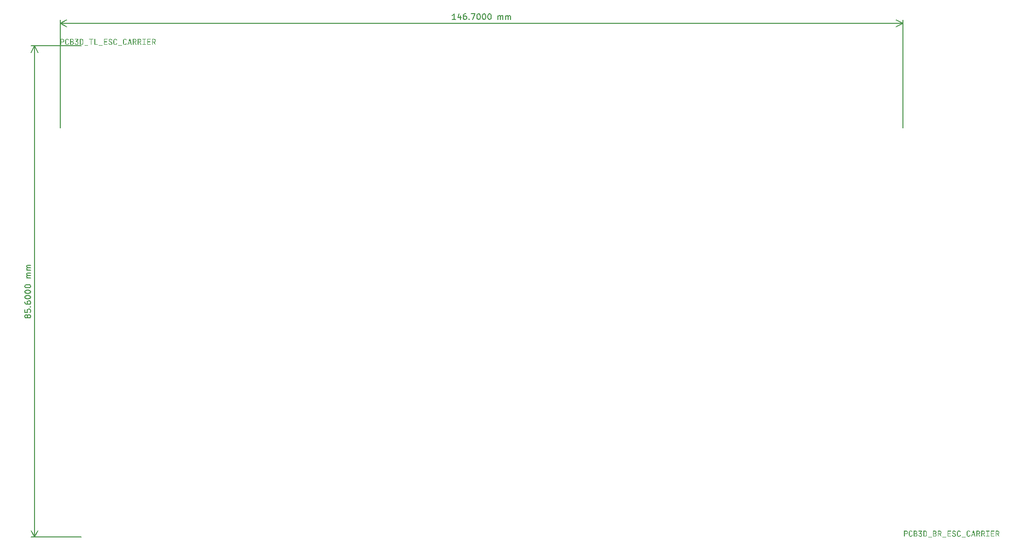
<source format=gbr>
%TF.GenerationSoftware,KiCad,Pcbnew,7.99.0-957-g18dd623122*%
%TF.CreationDate,2023-08-21T12:25:08-07:00*%
%TF.ProjectId,ESC_Carrier,4553435f-4361-4727-9269-65722e6b6963,rev?*%
%TF.SameCoordinates,Original*%
%TF.FileFunction,Other,Comment*%
%FSLAX46Y46*%
G04 Gerber Fmt 4.6, Leading zero omitted, Abs format (unit mm)*
G04 Created by KiCad (PCBNEW 7.99.0-957-g18dd623122) date 2023-08-21 12:25:08*
%MOMM*%
%LPD*%
G01*
G04 APERTURE LIST*
%ADD10C,0.150000*%
G04 APERTURE END LIST*
D10*
G36*
X167581260Y-104298509D02*
G01*
X167593839Y-104299082D01*
X167606196Y-104300037D01*
X167618329Y-104301375D01*
X167630238Y-104303094D01*
X167641925Y-104305196D01*
X167653388Y-104307679D01*
X167664628Y-104310545D01*
X167675645Y-104313793D01*
X167686438Y-104317423D01*
X167693510Y-104320055D01*
X167703945Y-104324299D01*
X167714092Y-104328877D01*
X167723951Y-104333790D01*
X167733523Y-104339038D01*
X167742808Y-104344620D01*
X167751804Y-104350538D01*
X167760513Y-104356791D01*
X167768935Y-104363378D01*
X167777069Y-104370300D01*
X167784915Y-104377557D01*
X167789986Y-104382581D01*
X167797335Y-104390319D01*
X167804362Y-104398327D01*
X167811068Y-104406605D01*
X167817451Y-104415154D01*
X167823513Y-104423973D01*
X167829252Y-104433062D01*
X167834670Y-104442423D01*
X167839765Y-104452053D01*
X167844539Y-104461954D01*
X167848990Y-104472126D01*
X167851779Y-104479057D01*
X167855707Y-104489652D01*
X167859249Y-104500461D01*
X167862405Y-104511485D01*
X167865174Y-104522723D01*
X167867557Y-104534177D01*
X167869553Y-104545844D01*
X167871163Y-104557727D01*
X167872387Y-104569824D01*
X167873224Y-104582136D01*
X167873675Y-104594663D01*
X167873761Y-104603133D01*
X167873563Y-104615802D01*
X167872971Y-104628257D01*
X167871983Y-104640498D01*
X167870601Y-104652523D01*
X167868824Y-104664334D01*
X167866651Y-104675931D01*
X167864084Y-104687312D01*
X167861121Y-104698479D01*
X167857764Y-104709431D01*
X167854012Y-104720169D01*
X167851290Y-104727208D01*
X167846921Y-104737562D01*
X167842237Y-104747650D01*
X167837241Y-104757472D01*
X167831930Y-104767027D01*
X167826307Y-104776317D01*
X167820370Y-104785340D01*
X167814120Y-104794097D01*
X167807556Y-104802588D01*
X167800679Y-104810812D01*
X167793488Y-104818771D01*
X167788520Y-104823928D01*
X167780868Y-104831365D01*
X167772932Y-104838471D01*
X167764714Y-104845247D01*
X167756211Y-104851692D01*
X167747426Y-104857806D01*
X167738357Y-104863590D01*
X167729004Y-104869043D01*
X167719369Y-104874166D01*
X167709450Y-104878958D01*
X167699247Y-104883420D01*
X167692288Y-104886210D01*
X167681655Y-104890095D01*
X167670819Y-104893598D01*
X167659781Y-104896718D01*
X167648542Y-104899457D01*
X167637101Y-104901813D01*
X167625458Y-104903787D01*
X167613614Y-104905379D01*
X167601567Y-104906589D01*
X167589319Y-104907417D01*
X167576869Y-104907863D01*
X167568457Y-104907948D01*
X167353279Y-104907948D01*
X167353279Y-105330000D01*
X167226517Y-105330000D01*
X167226517Y-104412135D01*
X167353279Y-104412135D01*
X167353279Y-104794131D01*
X167568457Y-104794131D01*
X167582974Y-104793673D01*
X167596942Y-104792302D01*
X167610360Y-104790016D01*
X167623229Y-104786815D01*
X167635548Y-104782700D01*
X167647317Y-104777670D01*
X167658537Y-104771726D01*
X167669207Y-104764867D01*
X167679328Y-104757094D01*
X167688900Y-104748407D01*
X167694975Y-104742107D01*
X167703530Y-104732004D01*
X167711244Y-104721296D01*
X167718116Y-104709982D01*
X167724147Y-104698063D01*
X167729336Y-104685539D01*
X167733684Y-104672409D01*
X167737190Y-104658674D01*
X167739855Y-104644334D01*
X167741164Y-104634437D01*
X167742099Y-104624271D01*
X167742660Y-104613837D01*
X167742847Y-104603133D01*
X167742660Y-104592430D01*
X167742099Y-104581998D01*
X167741164Y-104571837D01*
X167739855Y-104561947D01*
X167737190Y-104547620D01*
X167733684Y-104533903D01*
X167729336Y-104520796D01*
X167724147Y-104508298D01*
X167718116Y-104496410D01*
X167711244Y-104485131D01*
X167703530Y-104474462D01*
X167694975Y-104464403D01*
X167685770Y-104455062D01*
X167676016Y-104446640D01*
X167665712Y-104439137D01*
X167654858Y-104432552D01*
X167643455Y-104426886D01*
X167631502Y-104422139D01*
X167619000Y-104418311D01*
X167605949Y-104415402D01*
X167592347Y-104413411D01*
X167578196Y-104412339D01*
X167568457Y-104412135D01*
X167353279Y-104412135D01*
X167226517Y-104412135D01*
X167226517Y-104298318D01*
X167568457Y-104298318D01*
X167581260Y-104298509D01*
G37*
G36*
X168369818Y-105345631D02*
G01*
X168356483Y-105345442D01*
X168343405Y-105344875D01*
X168330586Y-105343931D01*
X168318023Y-105342609D01*
X168305719Y-105340908D01*
X168293672Y-105338830D01*
X168281882Y-105336375D01*
X168270350Y-105333541D01*
X168259076Y-105330330D01*
X168248059Y-105326740D01*
X168240858Y-105324138D01*
X168230336Y-105319942D01*
X168220110Y-105315416D01*
X168210180Y-105310560D01*
X168200546Y-105305373D01*
X168191209Y-105299855D01*
X168182168Y-105294007D01*
X168173423Y-105287828D01*
X168164975Y-105281319D01*
X168156822Y-105274479D01*
X168148966Y-105267308D01*
X168143893Y-105262344D01*
X168136542Y-105254638D01*
X168129508Y-105246631D01*
X168122792Y-105238323D01*
X168116393Y-105229715D01*
X168110312Y-105220806D01*
X168104549Y-105211597D01*
X168099104Y-105202087D01*
X168093976Y-105192277D01*
X168089166Y-105182166D01*
X168084674Y-105171755D01*
X168081856Y-105164647D01*
X168077971Y-105153771D01*
X168074468Y-105142668D01*
X168071348Y-105131337D01*
X168068609Y-105119779D01*
X168066253Y-105107993D01*
X168064279Y-105095980D01*
X168062687Y-105083739D01*
X168061477Y-105071270D01*
X168060649Y-105058574D01*
X168060203Y-105045650D01*
X168060118Y-105036908D01*
X168060118Y-104591409D01*
X168060309Y-104578334D01*
X168060882Y-104565486D01*
X168061838Y-104552866D01*
X168063175Y-104540473D01*
X168064894Y-104528308D01*
X168066996Y-104516370D01*
X168069480Y-104504660D01*
X168072346Y-104493178D01*
X168075593Y-104481923D01*
X168079223Y-104470895D01*
X168081856Y-104463670D01*
X168086136Y-104453058D01*
X168090734Y-104442747D01*
X168095650Y-104432737D01*
X168100884Y-104423027D01*
X168106435Y-104413617D01*
X168112304Y-104404508D01*
X168118491Y-104395700D01*
X168124995Y-104387192D01*
X168131817Y-104378984D01*
X168138957Y-104371077D01*
X168143893Y-104365973D01*
X168151552Y-104358582D01*
X168159507Y-104351522D01*
X168167758Y-104344792D01*
X168176305Y-104338393D01*
X168185149Y-104332324D01*
X168194289Y-104326586D01*
X168203725Y-104321179D01*
X168213457Y-104316102D01*
X168223485Y-104311355D01*
X168233810Y-104306940D01*
X168240858Y-104304180D01*
X168251703Y-104300338D01*
X168262805Y-104296875D01*
X168274166Y-104293790D01*
X168285783Y-104291082D01*
X168297659Y-104288752D01*
X168309792Y-104286800D01*
X168322182Y-104285226D01*
X168334830Y-104284030D01*
X168347736Y-104283211D01*
X168360899Y-104282770D01*
X168369818Y-104282686D01*
X168386135Y-104282974D01*
X168402050Y-104283839D01*
X168417566Y-104285279D01*
X168432680Y-104287296D01*
X168447394Y-104289889D01*
X168461707Y-104293059D01*
X168475619Y-104296805D01*
X168489131Y-104301127D01*
X168502242Y-104306025D01*
X168514952Y-104311499D01*
X168527261Y-104317550D01*
X168539170Y-104324177D01*
X168550678Y-104331380D01*
X168561785Y-104339160D01*
X168572492Y-104347515D01*
X168582798Y-104356448D01*
X168592649Y-104365895D01*
X168601990Y-104375796D01*
X168610822Y-104386152D01*
X168619144Y-104396961D01*
X168626957Y-104408225D01*
X168634261Y-104419943D01*
X168641055Y-104432115D01*
X168647339Y-104444741D01*
X168653114Y-104457822D01*
X168658380Y-104471356D01*
X168663136Y-104485345D01*
X168667382Y-104499788D01*
X168671119Y-104514684D01*
X168674347Y-104530035D01*
X168677065Y-104545841D01*
X168679274Y-104562100D01*
X168552512Y-104562100D01*
X168550600Y-104547833D01*
X168547981Y-104534159D01*
X168544653Y-104521077D01*
X168540616Y-104508588D01*
X168535871Y-104496691D01*
X168530418Y-104485387D01*
X168524257Y-104474675D01*
X168517387Y-104464556D01*
X168509808Y-104455029D01*
X168501521Y-104446094D01*
X168495603Y-104440467D01*
X168486239Y-104432610D01*
X168476372Y-104425526D01*
X168466003Y-104419215D01*
X168455131Y-104413677D01*
X168443758Y-104408911D01*
X168431882Y-104404918D01*
X168419503Y-104401698D01*
X168406622Y-104399251D01*
X168393239Y-104397577D01*
X168379354Y-104396675D01*
X168369818Y-104396503D01*
X168359392Y-104396707D01*
X168349241Y-104397316D01*
X168339364Y-104398332D01*
X168325064Y-104400618D01*
X168311383Y-104403819D01*
X168298320Y-104407934D01*
X168285875Y-104412964D01*
X168274048Y-104418908D01*
X168262840Y-104425767D01*
X168252249Y-104433540D01*
X168242278Y-104442227D01*
X168235973Y-104448527D01*
X168227200Y-104458577D01*
X168219289Y-104469310D01*
X168212242Y-104480725D01*
X168206057Y-104492823D01*
X168200735Y-104505603D01*
X168196277Y-104519066D01*
X168192681Y-104533212D01*
X168190763Y-104543022D01*
X168189229Y-104553135D01*
X168188079Y-104563552D01*
X168187312Y-104574272D01*
X168186928Y-104585295D01*
X168186880Y-104590921D01*
X168186880Y-105037397D01*
X168187069Y-105048573D01*
X168187636Y-105059447D01*
X168188580Y-105070020D01*
X168189903Y-105080292D01*
X168191603Y-105090262D01*
X168193681Y-105099930D01*
X168197506Y-105113868D01*
X168202182Y-105127127D01*
X168207707Y-105139708D01*
X168214083Y-105151611D01*
X168221308Y-105162835D01*
X168229384Y-105173381D01*
X168235240Y-105180034D01*
X168244682Y-105189288D01*
X168254781Y-105197631D01*
X168265536Y-105205065D01*
X168276949Y-105211588D01*
X168289018Y-105217200D01*
X168301744Y-105221903D01*
X168315127Y-105225695D01*
X168329167Y-105228578D01*
X168338892Y-105229994D01*
X168348909Y-105231005D01*
X168359217Y-105231612D01*
X168369818Y-105231814D01*
X168384038Y-105231427D01*
X168397756Y-105230268D01*
X168410972Y-105228336D01*
X168423685Y-105225631D01*
X168435896Y-105222154D01*
X168447605Y-105217903D01*
X168458811Y-105212880D01*
X168469515Y-105207084D01*
X168479717Y-105200515D01*
X168489416Y-105193174D01*
X168495603Y-105187850D01*
X168504362Y-105179311D01*
X168512413Y-105170179D01*
X168519755Y-105160454D01*
X168526389Y-105150138D01*
X168532315Y-105139228D01*
X168537532Y-105127726D01*
X168542041Y-105115632D01*
X168545841Y-105102945D01*
X168548933Y-105089666D01*
X168551316Y-105075794D01*
X168552512Y-105066217D01*
X168679274Y-105066217D01*
X168677065Y-105082477D01*
X168674347Y-105098282D01*
X168671119Y-105113633D01*
X168667382Y-105128530D01*
X168663136Y-105142972D01*
X168658380Y-105156961D01*
X168653114Y-105170496D01*
X168647339Y-105183576D01*
X168641055Y-105196202D01*
X168634261Y-105208374D01*
X168626957Y-105220092D01*
X168619144Y-105231356D01*
X168610822Y-105242166D01*
X168601990Y-105252521D01*
X168592649Y-105262422D01*
X168582798Y-105271870D01*
X168572492Y-105280802D01*
X168561785Y-105289158D01*
X168550678Y-105296937D01*
X168539170Y-105304140D01*
X168527261Y-105310767D01*
X168514952Y-105316818D01*
X168502242Y-105322292D01*
X168489131Y-105327191D01*
X168475619Y-105331513D01*
X168461707Y-105335258D01*
X168447394Y-105338428D01*
X168432680Y-105341021D01*
X168417566Y-105343038D01*
X168402050Y-105344479D01*
X168386135Y-105345343D01*
X168369818Y-105345631D01*
G37*
G36*
X169219633Y-104298605D02*
G01*
X169236831Y-104299466D01*
X169253545Y-104300902D01*
X169269777Y-104302913D01*
X169285526Y-104305497D01*
X169300792Y-104308656D01*
X169315575Y-104312389D01*
X169329876Y-104316697D01*
X169343693Y-104321579D01*
X169357029Y-104327035D01*
X169369881Y-104333066D01*
X169382250Y-104339671D01*
X169394137Y-104346850D01*
X169405541Y-104354604D01*
X169416463Y-104362932D01*
X169426901Y-104371835D01*
X169436780Y-104381233D01*
X169446021Y-104391050D01*
X169454625Y-104401284D01*
X169462591Y-104411936D01*
X169469920Y-104423007D01*
X169476612Y-104434495D01*
X169482667Y-104446400D01*
X169488084Y-104458724D01*
X169492864Y-104471466D01*
X169497006Y-104484625D01*
X169500512Y-104498203D01*
X169503380Y-104512198D01*
X169505610Y-104526611D01*
X169507204Y-104541442D01*
X169508160Y-104556691D01*
X169508478Y-104572358D01*
X169508278Y-104583736D01*
X169507677Y-104594851D01*
X169506675Y-104605703D01*
X169505273Y-104616291D01*
X169503469Y-104626616D01*
X169501265Y-104636678D01*
X169498661Y-104646476D01*
X169495655Y-104656011D01*
X169492249Y-104665283D01*
X169488443Y-104674291D01*
X169481981Y-104687310D01*
X169474618Y-104699737D01*
X169466353Y-104711570D01*
X169457187Y-104722812D01*
X169447278Y-104733308D01*
X169436785Y-104742907D01*
X169425709Y-104751609D01*
X169414048Y-104759414D01*
X169401803Y-104766321D01*
X169388975Y-104772331D01*
X169375562Y-104777444D01*
X169361566Y-104781659D01*
X169351911Y-104783971D01*
X169341996Y-104785884D01*
X169331822Y-104787398D01*
X169321388Y-104788513D01*
X169321388Y-104797062D01*
X169333370Y-104797993D01*
X169345015Y-104799382D01*
X169356322Y-104801229D01*
X169367291Y-104803534D01*
X169377922Y-104806297D01*
X169388215Y-104809518D01*
X169398171Y-104813197D01*
X169407789Y-104817334D01*
X169417069Y-104821929D01*
X169426012Y-104826981D01*
X169434617Y-104832492D01*
X169442884Y-104838461D01*
X169450813Y-104844887D01*
X169458405Y-104851772D01*
X169465658Y-104859115D01*
X169472575Y-104866915D01*
X169479140Y-104875093D01*
X169485283Y-104883630D01*
X169491001Y-104892526D01*
X169496297Y-104901781D01*
X169501168Y-104911394D01*
X169505616Y-104921366D01*
X169509640Y-104931697D01*
X169513241Y-104942386D01*
X169516418Y-104953434D01*
X169519171Y-104964841D01*
X169521501Y-104976607D01*
X169523408Y-104988731D01*
X169524890Y-105001214D01*
X169525949Y-105014056D01*
X169526585Y-105027257D01*
X169526796Y-105040816D01*
X169526612Y-105053246D01*
X169526058Y-105065440D01*
X169525135Y-105077397D01*
X169523843Y-105089119D01*
X169522181Y-105100604D01*
X169520150Y-105111853D01*
X169517750Y-105122867D01*
X169514981Y-105133644D01*
X169511843Y-105144184D01*
X169508335Y-105154489D01*
X169505792Y-105161228D01*
X169501684Y-105171076D01*
X169497236Y-105180654D01*
X169492450Y-105189961D01*
X169487324Y-105198998D01*
X169481860Y-105207764D01*
X169476056Y-105216260D01*
X169469913Y-105224485D01*
X169463431Y-105232440D01*
X169456609Y-105240124D01*
X169449449Y-105247538D01*
X169444487Y-105252330D01*
X169436822Y-105259272D01*
X169428847Y-105265900D01*
X169420564Y-105272215D01*
X169411972Y-105278216D01*
X169403070Y-105283904D01*
X169393860Y-105289279D01*
X169384340Y-105294340D01*
X169374511Y-105299088D01*
X169364373Y-105303522D01*
X169353926Y-105307643D01*
X169346789Y-105310216D01*
X169335857Y-105313751D01*
X169324676Y-105316939D01*
X169313246Y-105319779D01*
X169301566Y-105322272D01*
X169289638Y-105324416D01*
X169277461Y-105326213D01*
X169265034Y-105327662D01*
X169252359Y-105328763D01*
X169239435Y-105329517D01*
X169226261Y-105329922D01*
X169217341Y-105330000D01*
X168904954Y-105330000D01*
X168904954Y-104861053D01*
X169030251Y-104861053D01*
X169030251Y-105216182D01*
X169203419Y-105216182D01*
X169214498Y-105215998D01*
X169225263Y-105215446D01*
X169235716Y-105214525D01*
X169245856Y-105213236D01*
X169255683Y-105211579D01*
X169269837Y-105208403D01*
X169283286Y-105204398D01*
X169296032Y-105199564D01*
X169308073Y-105193902D01*
X169319410Y-105187411D01*
X169330044Y-105180092D01*
X169339973Y-105171944D01*
X169343126Y-105169043D01*
X169352074Y-105159846D01*
X169360142Y-105150021D01*
X169367329Y-105139570D01*
X169373637Y-105128492D01*
X169379065Y-105116786D01*
X169383612Y-105104455D01*
X169387279Y-105091496D01*
X169390066Y-105077910D01*
X169391973Y-105063698D01*
X169392756Y-105053875D01*
X169393147Y-105043773D01*
X169393196Y-105038618D01*
X169392997Y-105028378D01*
X169392402Y-105018418D01*
X169390765Y-105004005D01*
X169388234Y-104990222D01*
X169384811Y-104977071D01*
X169380495Y-104964551D01*
X169375286Y-104952662D01*
X169369183Y-104941404D01*
X169362188Y-104930778D01*
X169354300Y-104920782D01*
X169345519Y-104911418D01*
X169342393Y-104908436D01*
X169332581Y-104899968D01*
X169322103Y-104892333D01*
X169310959Y-104885531D01*
X169299151Y-104879562D01*
X169286676Y-104874426D01*
X169273537Y-104870123D01*
X169259731Y-104866652D01*
X169245261Y-104864015D01*
X169235244Y-104862719D01*
X169224931Y-104861794D01*
X169214323Y-104861238D01*
X169203419Y-104861053D01*
X169030251Y-104861053D01*
X168904954Y-104861053D01*
X168904954Y-104412135D01*
X169030251Y-104412135D01*
X169030251Y-104747236D01*
X169200488Y-104747236D01*
X169210373Y-104747062D01*
X169224718Y-104746151D01*
X169238483Y-104744458D01*
X169251669Y-104741983D01*
X169264274Y-104738728D01*
X169276301Y-104734690D01*
X169287748Y-104729872D01*
X169298615Y-104724272D01*
X169308902Y-104717891D01*
X169318610Y-104710728D01*
X169327739Y-104702784D01*
X169336163Y-104694149D01*
X169343758Y-104684912D01*
X169350525Y-104675075D01*
X169356464Y-104664636D01*
X169361574Y-104653597D01*
X169365855Y-104641956D01*
X169369307Y-104629714D01*
X169371931Y-104616871D01*
X169373727Y-104603428D01*
X169374693Y-104589383D01*
X169374877Y-104579685D01*
X169374470Y-104565240D01*
X169373246Y-104551395D01*
X169371207Y-104538152D01*
X169368352Y-104525509D01*
X169364681Y-104513468D01*
X169360194Y-104502028D01*
X169354892Y-104491188D01*
X169348774Y-104480950D01*
X169341840Y-104471313D01*
X169334091Y-104462277D01*
X169328471Y-104456587D01*
X169319474Y-104448643D01*
X169309884Y-104441480D01*
X169299702Y-104435099D01*
X169288927Y-104429499D01*
X169277559Y-104424680D01*
X169265600Y-104420643D01*
X169253047Y-104417388D01*
X169239903Y-104414913D01*
X169226165Y-104413220D01*
X169211836Y-104412309D01*
X169201953Y-104412135D01*
X169030251Y-104412135D01*
X168904954Y-104412135D01*
X168904954Y-104298318D01*
X169201953Y-104298318D01*
X169219633Y-104298605D01*
G37*
G36*
X170031158Y-105345631D02*
G01*
X170018883Y-105345457D01*
X170006789Y-105344936D01*
X169994875Y-105344066D01*
X169983141Y-105342849D01*
X169971588Y-105341284D01*
X169960215Y-105339371D01*
X169949022Y-105337111D01*
X169938010Y-105334503D01*
X169927178Y-105331547D01*
X169916526Y-105328243D01*
X169909525Y-105325847D01*
X169899252Y-105321950D01*
X169889223Y-105317770D01*
X169879439Y-105313307D01*
X169869900Y-105308560D01*
X169860606Y-105303529D01*
X169851556Y-105298215D01*
X169842752Y-105292618D01*
X169834191Y-105286738D01*
X169825876Y-105280574D01*
X169817805Y-105274127D01*
X169812561Y-105269672D01*
X169804911Y-105262719D01*
X169797531Y-105255509D01*
X169790422Y-105248042D01*
X169783583Y-105240317D01*
X169777015Y-105232334D01*
X169770718Y-105224094D01*
X169764691Y-105215596D01*
X169758934Y-105206840D01*
X169753448Y-105197827D01*
X169748232Y-105188556D01*
X169744905Y-105182233D01*
X169740229Y-105172517D01*
X169735909Y-105162603D01*
X169731946Y-105152493D01*
X169728339Y-105142184D01*
X169725088Y-105131679D01*
X169722194Y-105120975D01*
X169719655Y-105110075D01*
X169717474Y-105098976D01*
X169715648Y-105087681D01*
X169714179Y-105076187D01*
X169713398Y-105068415D01*
X169839916Y-105068415D01*
X169842381Y-105082034D01*
X169845563Y-105095137D01*
X169849462Y-105107725D01*
X169854078Y-105119798D01*
X169859411Y-105131356D01*
X169865461Y-105142398D01*
X169872228Y-105152925D01*
X169879712Y-105162937D01*
X169887913Y-105172434D01*
X169896831Y-105181416D01*
X169903175Y-105187117D01*
X169913139Y-105195105D01*
X169923525Y-105202307D01*
X169934331Y-105208724D01*
X169945558Y-105214354D01*
X169957206Y-105219199D01*
X169969275Y-105223259D01*
X169981764Y-105226532D01*
X169994674Y-105229020D01*
X170008005Y-105230723D01*
X170021756Y-105231639D01*
X170031158Y-105231814D01*
X170042103Y-105231600D01*
X170052773Y-105230959D01*
X170063169Y-105229890D01*
X170073290Y-105228394D01*
X170083136Y-105226471D01*
X170092707Y-105224120D01*
X170106549Y-105219793D01*
X170119772Y-105214503D01*
X170132377Y-105208252D01*
X170144364Y-105201039D01*
X170155733Y-105192865D01*
X170166484Y-105183729D01*
X170173307Y-105177103D01*
X170182866Y-105166540D01*
X170191485Y-105155368D01*
X170199164Y-105143585D01*
X170205902Y-105131193D01*
X170211700Y-105118192D01*
X170216558Y-105104581D01*
X170219275Y-105095168D01*
X170221573Y-105085484D01*
X170223453Y-105075529D01*
X170224916Y-105065303D01*
X170225961Y-105054807D01*
X170226587Y-105044039D01*
X170226796Y-105033000D01*
X170226582Y-105021962D01*
X170225938Y-105011194D01*
X170224864Y-105000697D01*
X170223362Y-104990471D01*
X170221430Y-104980517D01*
X170219068Y-104970833D01*
X170216278Y-104961420D01*
X170211287Y-104947809D01*
X170205330Y-104934807D01*
X170198407Y-104922415D01*
X170190518Y-104910633D01*
X170181663Y-104899460D01*
X170171842Y-104888897D01*
X170161259Y-104879120D01*
X170150029Y-104870304D01*
X170138150Y-104862450D01*
X170125623Y-104855558D01*
X170112447Y-104849627D01*
X170098623Y-104844658D01*
X170089047Y-104841880D01*
X170079183Y-104839529D01*
X170069031Y-104837606D01*
X170058590Y-104836110D01*
X170047862Y-104835041D01*
X170036845Y-104834400D01*
X170025540Y-104834187D01*
X169907571Y-104834187D01*
X169907571Y-104698876D01*
X170108583Y-104486629D01*
X170115742Y-104479500D01*
X170123054Y-104472524D01*
X170130519Y-104465700D01*
X170138136Y-104459030D01*
X170145845Y-104452618D01*
X170154262Y-104445843D01*
X170162409Y-104439532D01*
X170167690Y-104435582D01*
X170175582Y-104429079D01*
X170183627Y-104422759D01*
X170191824Y-104416623D01*
X170200174Y-104410669D01*
X170200174Y-104407983D01*
X170190285Y-104408770D01*
X170180157Y-104409605D01*
X170169791Y-104410487D01*
X170167690Y-104410669D01*
X170157858Y-104411442D01*
X170147597Y-104411929D01*
X170136906Y-104412129D01*
X170134717Y-104412135D01*
X170124651Y-104412135D01*
X170114238Y-104412135D01*
X170103476Y-104412135D01*
X170097348Y-104412135D01*
X169744173Y-104412135D01*
X169744173Y-104298318D01*
X170306908Y-104298318D01*
X170306908Y-104445596D01*
X170069260Y-104678360D01*
X170062314Y-104685262D01*
X170054834Y-104692154D01*
X170052163Y-104694480D01*
X170044646Y-104700852D01*
X170036775Y-104707424D01*
X170029440Y-104714606D01*
X170022854Y-104720369D01*
X170036965Y-104720563D01*
X170050815Y-104721142D01*
X170064402Y-104722108D01*
X170077728Y-104723461D01*
X170090792Y-104725199D01*
X170103594Y-104727325D01*
X170116134Y-104729836D01*
X170128412Y-104732734D01*
X170140429Y-104736019D01*
X170152183Y-104739689D01*
X170159874Y-104742351D01*
X170171205Y-104746636D01*
X170182211Y-104751247D01*
X170192890Y-104756184D01*
X170203242Y-104761448D01*
X170213269Y-104767038D01*
X170222969Y-104772954D01*
X170232342Y-104779197D01*
X170241390Y-104785765D01*
X170250111Y-104792660D01*
X170258506Y-104799882D01*
X170263921Y-104804877D01*
X170271814Y-104812636D01*
X170279372Y-104820708D01*
X170286594Y-104829094D01*
X170293482Y-104837793D01*
X170300035Y-104846805D01*
X170306254Y-104856131D01*
X170312137Y-104865770D01*
X170317685Y-104875723D01*
X170322899Y-104885989D01*
X170327777Y-104896569D01*
X170330844Y-104903796D01*
X170335121Y-104914809D01*
X170338978Y-104926049D01*
X170342414Y-104937518D01*
X170345430Y-104949213D01*
X170348024Y-104961137D01*
X170350198Y-104973288D01*
X170351951Y-104985666D01*
X170353284Y-104998272D01*
X170354195Y-105011105D01*
X170354686Y-105024166D01*
X170354780Y-105033000D01*
X170354582Y-105046471D01*
X170353990Y-105059679D01*
X170353002Y-105072625D01*
X170351620Y-105085310D01*
X170349842Y-105097733D01*
X170347670Y-105109894D01*
X170345103Y-105121793D01*
X170342140Y-105133430D01*
X170338783Y-105144805D01*
X170335030Y-105155918D01*
X170332309Y-105163182D01*
X170327922Y-105173795D01*
X170323187Y-105184113D01*
X170318105Y-105194134D01*
X170312675Y-105203860D01*
X170306896Y-105213288D01*
X170300771Y-105222421D01*
X170294297Y-105231257D01*
X170287476Y-105239798D01*
X170280306Y-105248041D01*
X170272789Y-105255989D01*
X170267585Y-105261123D01*
X170259508Y-105268562D01*
X170251121Y-105275675D01*
X170242426Y-105282461D01*
X170233422Y-105288921D01*
X170224108Y-105295055D01*
X170214485Y-105300862D01*
X170204553Y-105306343D01*
X170194312Y-105311498D01*
X170183762Y-105316327D01*
X170172903Y-105320829D01*
X170165491Y-105323649D01*
X170154184Y-105327578D01*
X170142611Y-105331120D01*
X170130771Y-105334275D01*
X170118666Y-105337044D01*
X170106294Y-105339427D01*
X170093655Y-105341424D01*
X170080751Y-105343034D01*
X170067581Y-105344257D01*
X170054144Y-105345094D01*
X170040441Y-105345545D01*
X170031158Y-105345631D01*
G37*
G36*
X170877114Y-104298520D02*
G01*
X170890460Y-104299125D01*
X170903573Y-104300134D01*
X170916454Y-104301546D01*
X170929104Y-104303362D01*
X170941522Y-104305582D01*
X170953708Y-104308205D01*
X170965662Y-104311232D01*
X170977384Y-104314662D01*
X170988874Y-104318496D01*
X170996406Y-104321277D01*
X171007475Y-104325738D01*
X171018244Y-104330513D01*
X171028713Y-104335601D01*
X171038881Y-104341003D01*
X171048749Y-104346718D01*
X171058315Y-104352747D01*
X171067582Y-104359089D01*
X171076548Y-104365744D01*
X171085213Y-104372713D01*
X171093578Y-104379995D01*
X171098988Y-104385024D01*
X171106874Y-104392824D01*
X171114412Y-104400929D01*
X171121603Y-104409339D01*
X171128446Y-104418054D01*
X171134941Y-104427074D01*
X171141088Y-104436398D01*
X171146888Y-104446027D01*
X171152339Y-104455961D01*
X171157443Y-104466200D01*
X171162200Y-104476744D01*
X171165177Y-104483942D01*
X171169324Y-104494905D01*
X171173063Y-104506087D01*
X171176394Y-104517488D01*
X171179317Y-104529108D01*
X171181832Y-104540947D01*
X171183939Y-104553005D01*
X171185639Y-104565282D01*
X171186930Y-104577777D01*
X171187814Y-104590492D01*
X171188290Y-104603426D01*
X171188381Y-104612170D01*
X171188381Y-105014682D01*
X171188177Y-105027770D01*
X171187565Y-105040657D01*
X171186545Y-105053341D01*
X171185118Y-105065824D01*
X171183282Y-105078105D01*
X171181039Y-105090185D01*
X171178388Y-105102062D01*
X171175329Y-105113738D01*
X171171862Y-105125212D01*
X171167987Y-105136484D01*
X171165177Y-105143886D01*
X171160653Y-105154721D01*
X171155781Y-105165241D01*
X171150561Y-105175449D01*
X171144993Y-105185343D01*
X171139078Y-105194923D01*
X171132814Y-105204191D01*
X171126203Y-105213144D01*
X171119245Y-105221785D01*
X171111938Y-105230112D01*
X171104284Y-105238125D01*
X171098988Y-105243293D01*
X171090823Y-105250784D01*
X171082358Y-105257962D01*
X171073593Y-105264826D01*
X171064526Y-105271377D01*
X171055160Y-105277615D01*
X171045493Y-105283539D01*
X171035525Y-105289150D01*
X171025257Y-105294447D01*
X171014688Y-105299431D01*
X171003819Y-105304101D01*
X170996406Y-105307041D01*
X170985070Y-105311144D01*
X170973502Y-105314843D01*
X170961703Y-105318139D01*
X170949671Y-105321031D01*
X170937408Y-105323520D01*
X170924913Y-105325605D01*
X170912186Y-105327287D01*
X170899228Y-105328565D01*
X170886037Y-105329439D01*
X170872615Y-105329910D01*
X170863538Y-105330000D01*
X170580704Y-105330000D01*
X170580704Y-104412135D01*
X170707222Y-104412135D01*
X170707222Y-105216182D01*
X170863538Y-105216182D01*
X170874485Y-105215967D01*
X170885161Y-105215320D01*
X170895566Y-105214242D01*
X170905700Y-105212732D01*
X170915563Y-105210792D01*
X170925155Y-105208420D01*
X170939036Y-105204054D01*
X170952306Y-105198717D01*
X170964967Y-105192410D01*
X170977019Y-105185133D01*
X170988461Y-105176885D01*
X170999293Y-105167668D01*
X171006175Y-105160983D01*
X171015865Y-105150281D01*
X171024602Y-105138964D01*
X171032386Y-105127034D01*
X171039217Y-105114490D01*
X171045094Y-105101331D01*
X171050019Y-105087559D01*
X171052772Y-105078036D01*
X171055102Y-105068241D01*
X171057008Y-105058172D01*
X171058491Y-105047831D01*
X171059550Y-105037217D01*
X171060185Y-105026330D01*
X171060397Y-105015170D01*
X171060397Y-104611681D01*
X171060185Y-104600525D01*
X171059550Y-104589650D01*
X171058491Y-104579055D01*
X171057008Y-104568740D01*
X171055102Y-104558706D01*
X171052772Y-104548953D01*
X171050019Y-104539480D01*
X171045094Y-104525796D01*
X171039217Y-104512744D01*
X171032386Y-104500323D01*
X171024602Y-104488532D01*
X171015865Y-104477373D01*
X171006175Y-104466845D01*
X170995750Y-104457068D01*
X170984714Y-104448252D01*
X170973069Y-104440398D01*
X170960815Y-104433506D01*
X170947951Y-104427576D01*
X170934477Y-104422607D01*
X170920393Y-104418600D01*
X170910665Y-104416463D01*
X170900667Y-104414753D01*
X170890397Y-104413471D01*
X170879856Y-104412616D01*
X170869045Y-104412188D01*
X170863538Y-104412135D01*
X170707222Y-104412135D01*
X170580704Y-104412135D01*
X170580704Y-104298318D01*
X170863538Y-104298318D01*
X170877114Y-104298520D01*
G37*
G36*
X171380600Y-105356866D02*
G01*
X172055687Y-105356866D01*
X172055687Y-105470683D01*
X171380600Y-105470683D01*
X171380600Y-105356866D01*
G37*
G36*
X172576507Y-104298605D02*
G01*
X172593704Y-104299466D01*
X172610419Y-104300902D01*
X172626650Y-104302913D01*
X172642399Y-104305497D01*
X172657665Y-104308656D01*
X172672449Y-104312389D01*
X172686749Y-104316697D01*
X172700567Y-104321579D01*
X172713902Y-104327035D01*
X172726755Y-104333066D01*
X172739124Y-104339671D01*
X172751011Y-104346850D01*
X172762415Y-104354604D01*
X172773336Y-104362932D01*
X172783775Y-104371835D01*
X172793653Y-104381233D01*
X172802894Y-104391050D01*
X172811498Y-104401284D01*
X172819465Y-104411936D01*
X172826794Y-104423007D01*
X172833486Y-104434495D01*
X172839540Y-104446400D01*
X172844958Y-104458724D01*
X172849738Y-104471466D01*
X172853880Y-104484625D01*
X172857385Y-104498203D01*
X172860253Y-104512198D01*
X172862484Y-104526611D01*
X172864077Y-104541442D01*
X172865033Y-104556691D01*
X172865352Y-104572358D01*
X172865152Y-104583736D01*
X172864550Y-104594851D01*
X172863549Y-104605703D01*
X172862146Y-104616291D01*
X172860343Y-104626616D01*
X172858139Y-104636678D01*
X172855534Y-104646476D01*
X172852529Y-104656011D01*
X172849123Y-104665283D01*
X172845316Y-104674291D01*
X172838855Y-104687310D01*
X172831492Y-104699737D01*
X172823227Y-104711570D01*
X172814061Y-104722812D01*
X172804152Y-104733308D01*
X172793659Y-104742907D01*
X172782582Y-104751609D01*
X172770922Y-104759414D01*
X172758677Y-104766321D01*
X172745848Y-104772331D01*
X172732436Y-104777444D01*
X172718440Y-104781659D01*
X172708785Y-104783971D01*
X172698870Y-104785884D01*
X172688696Y-104787398D01*
X172678262Y-104788513D01*
X172678262Y-104797062D01*
X172690244Y-104797993D01*
X172701889Y-104799382D01*
X172713195Y-104801229D01*
X172724164Y-104803534D01*
X172734796Y-104806297D01*
X172745089Y-104809518D01*
X172755045Y-104813197D01*
X172764663Y-104817334D01*
X172773943Y-104821929D01*
X172782886Y-104826981D01*
X172791490Y-104832492D01*
X172799757Y-104838461D01*
X172807687Y-104844887D01*
X172815278Y-104851772D01*
X172822532Y-104859115D01*
X172829448Y-104866915D01*
X172836014Y-104875093D01*
X172842156Y-104883630D01*
X172847875Y-104892526D01*
X172853170Y-104901781D01*
X172858042Y-104911394D01*
X172862490Y-104921366D01*
X172866514Y-104931697D01*
X172870115Y-104942386D01*
X172873292Y-104953434D01*
X172876045Y-104964841D01*
X172878375Y-104976607D01*
X172880281Y-104988731D01*
X172881764Y-105001214D01*
X172882823Y-105014056D01*
X172883458Y-105027257D01*
X172883670Y-105040816D01*
X172883486Y-105053246D01*
X172882932Y-105065440D01*
X172882009Y-105077397D01*
X172880716Y-105089119D01*
X172879055Y-105100604D01*
X172877024Y-105111853D01*
X172874624Y-105122867D01*
X172871855Y-105133644D01*
X172868716Y-105144184D01*
X172865209Y-105154489D01*
X172862665Y-105161228D01*
X172858557Y-105171076D01*
X172854110Y-105180654D01*
X172849324Y-105189961D01*
X172844198Y-105198998D01*
X172838733Y-105207764D01*
X172832930Y-105216260D01*
X172826787Y-105224485D01*
X172820304Y-105232440D01*
X172813483Y-105240124D01*
X172806322Y-105247538D01*
X172801360Y-105252330D01*
X172793695Y-105259272D01*
X172785721Y-105265900D01*
X172777438Y-105272215D01*
X172768845Y-105278216D01*
X172759944Y-105283904D01*
X172750733Y-105289279D01*
X172741214Y-105294340D01*
X172731385Y-105299088D01*
X172721247Y-105303522D01*
X172710800Y-105307643D01*
X172703663Y-105310216D01*
X172692731Y-105313751D01*
X172681550Y-105316939D01*
X172670119Y-105319779D01*
X172658440Y-105322272D01*
X172646512Y-105324416D01*
X172634334Y-105326213D01*
X172621908Y-105327662D01*
X172609233Y-105328763D01*
X172596308Y-105329517D01*
X172583135Y-105329922D01*
X172574214Y-105330000D01*
X172261828Y-105330000D01*
X172261828Y-104861053D01*
X172387124Y-104861053D01*
X172387124Y-105216182D01*
X172560293Y-105216182D01*
X172571371Y-105215998D01*
X172582137Y-105215446D01*
X172592590Y-105214525D01*
X172602730Y-105213236D01*
X172612557Y-105211579D01*
X172626710Y-105208403D01*
X172640160Y-105204398D01*
X172652905Y-105199564D01*
X172664947Y-105193902D01*
X172676284Y-105187411D01*
X172686917Y-105180092D01*
X172696846Y-105171944D01*
X172700000Y-105169043D01*
X172708948Y-105159846D01*
X172717015Y-105150021D01*
X172724203Y-105139570D01*
X172730511Y-105128492D01*
X172735938Y-105116786D01*
X172740486Y-105104455D01*
X172744153Y-105091496D01*
X172746940Y-105077910D01*
X172748847Y-105063698D01*
X172749629Y-105053875D01*
X172750020Y-105043773D01*
X172750069Y-105038618D01*
X172749871Y-105028378D01*
X172749275Y-105018418D01*
X172747638Y-105004005D01*
X172745108Y-104990222D01*
X172741685Y-104977071D01*
X172737369Y-104964551D01*
X172732159Y-104952662D01*
X172726057Y-104941404D01*
X172719062Y-104930778D01*
X172711174Y-104920782D01*
X172702392Y-104911418D01*
X172699267Y-104908436D01*
X172689454Y-104899968D01*
X172678976Y-104892333D01*
X172667833Y-104885531D01*
X172656024Y-104879562D01*
X172643550Y-104874426D01*
X172630410Y-104870123D01*
X172616605Y-104866652D01*
X172602134Y-104864015D01*
X172592118Y-104862719D01*
X172581805Y-104861794D01*
X172571197Y-104861238D01*
X172560293Y-104861053D01*
X172387124Y-104861053D01*
X172261828Y-104861053D01*
X172261828Y-104412135D01*
X172387124Y-104412135D01*
X172387124Y-104747236D01*
X172557362Y-104747236D01*
X172567247Y-104747062D01*
X172581592Y-104746151D01*
X172595357Y-104744458D01*
X172608542Y-104741983D01*
X172621148Y-104738728D01*
X172633175Y-104734690D01*
X172644621Y-104729872D01*
X172655488Y-104724272D01*
X172665776Y-104717891D01*
X172675484Y-104710728D01*
X172684612Y-104702784D01*
X172693036Y-104694149D01*
X172700632Y-104684912D01*
X172707399Y-104675075D01*
X172713337Y-104664636D01*
X172718447Y-104653597D01*
X172722728Y-104641956D01*
X172726181Y-104629714D01*
X172728805Y-104616871D01*
X172730600Y-104603428D01*
X172731567Y-104589383D01*
X172731751Y-104579685D01*
X172731343Y-104565240D01*
X172730120Y-104551395D01*
X172728080Y-104538152D01*
X172725225Y-104525509D01*
X172721554Y-104513468D01*
X172717068Y-104502028D01*
X172711766Y-104491188D01*
X172705648Y-104480950D01*
X172698714Y-104471313D01*
X172690964Y-104462277D01*
X172685345Y-104456587D01*
X172676348Y-104448643D01*
X172666758Y-104441480D01*
X172656575Y-104435099D01*
X172645800Y-104429499D01*
X172634433Y-104424680D01*
X172622473Y-104420643D01*
X172609921Y-104417388D01*
X172596776Y-104414913D01*
X172583039Y-104413220D01*
X172568709Y-104412309D01*
X172558827Y-104412135D01*
X172387124Y-104412135D01*
X172261828Y-104412135D01*
X172261828Y-104298318D01*
X172558827Y-104298318D01*
X172576507Y-104298605D01*
G37*
G36*
X173437471Y-104298509D02*
G01*
X173450050Y-104299082D01*
X173462406Y-104300037D01*
X173474539Y-104301375D01*
X173486449Y-104303094D01*
X173498136Y-104305196D01*
X173509599Y-104307679D01*
X173520839Y-104310545D01*
X173531855Y-104313793D01*
X173542649Y-104317423D01*
X173549720Y-104320055D01*
X173560155Y-104324299D01*
X173570303Y-104328877D01*
X173580162Y-104333790D01*
X173589734Y-104339038D01*
X173599019Y-104344620D01*
X173608015Y-104350538D01*
X173616724Y-104356791D01*
X173625146Y-104363378D01*
X173633279Y-104370300D01*
X173641125Y-104377557D01*
X173646196Y-104382581D01*
X173653589Y-104390319D01*
X173660656Y-104398327D01*
X173667397Y-104406605D01*
X173673811Y-104415154D01*
X173679899Y-104423973D01*
X173685661Y-104433062D01*
X173691096Y-104442423D01*
X173696205Y-104452053D01*
X173700988Y-104461954D01*
X173705444Y-104472126D01*
X173708234Y-104479057D01*
X173712119Y-104489654D01*
X173715621Y-104500470D01*
X173718742Y-104511504D01*
X173721480Y-104522758D01*
X173723837Y-104534230D01*
X173725811Y-104545922D01*
X173727403Y-104557832D01*
X173728613Y-104569962D01*
X173729441Y-104582310D01*
X173729887Y-104594877D01*
X173729972Y-104603377D01*
X173729760Y-104616866D01*
X173729124Y-104630099D01*
X173728065Y-104643076D01*
X173726583Y-104655798D01*
X173724676Y-104668264D01*
X173722347Y-104680474D01*
X173719593Y-104692428D01*
X173716416Y-104704127D01*
X173712815Y-104715570D01*
X173708791Y-104726758D01*
X173704343Y-104737690D01*
X173699472Y-104748366D01*
X173694177Y-104758786D01*
X173688458Y-104768951D01*
X173682316Y-104778860D01*
X173675750Y-104788513D01*
X173668850Y-104797854D01*
X173661645Y-104806828D01*
X173654134Y-104815432D01*
X173646318Y-104823669D01*
X173638197Y-104831537D01*
X173629771Y-104839037D01*
X173621039Y-104846169D01*
X173612002Y-104852932D01*
X173602660Y-104859327D01*
X173593012Y-104865354D01*
X173583060Y-104871013D01*
X173572801Y-104876303D01*
X173562238Y-104881225D01*
X173551369Y-104885779D01*
X173540195Y-104889965D01*
X173528715Y-104893782D01*
X173744138Y-105330000D01*
X173594905Y-105330000D01*
X173398046Y-104907948D01*
X173227808Y-104907948D01*
X173227808Y-105330000D01*
X173101046Y-105330000D01*
X173101046Y-104412135D01*
X173227808Y-104412135D01*
X173227808Y-104794131D01*
X173424668Y-104794131D01*
X173434582Y-104793927D01*
X173448962Y-104792861D01*
X173462755Y-104790879D01*
X173475959Y-104787983D01*
X173488575Y-104784173D01*
X173500603Y-104779448D01*
X173512042Y-104773809D01*
X173522893Y-104767255D01*
X173533157Y-104759787D01*
X173542832Y-104751404D01*
X173551919Y-104742107D01*
X173560343Y-104732004D01*
X173567938Y-104721296D01*
X173574705Y-104709982D01*
X173580644Y-104698063D01*
X173585754Y-104685539D01*
X173590035Y-104672409D01*
X173593487Y-104658674D01*
X173596111Y-104644334D01*
X173597400Y-104634437D01*
X173598321Y-104624271D01*
X173598873Y-104613837D01*
X173599057Y-104603133D01*
X173598870Y-104592430D01*
X173598309Y-104581998D01*
X173597374Y-104571837D01*
X173596065Y-104561947D01*
X173593401Y-104547620D01*
X173589894Y-104533903D01*
X173585547Y-104520796D01*
X173580358Y-104508298D01*
X173574327Y-104496410D01*
X173567455Y-104485131D01*
X173559741Y-104474462D01*
X173551186Y-104464403D01*
X173541981Y-104455062D01*
X173532226Y-104446640D01*
X173521922Y-104439137D01*
X173511069Y-104432552D01*
X173499666Y-104426886D01*
X173487713Y-104422139D01*
X173475211Y-104418311D01*
X173462159Y-104415402D01*
X173448558Y-104413411D01*
X173434407Y-104412339D01*
X173424668Y-104412135D01*
X173227808Y-104412135D01*
X173101046Y-104412135D01*
X173101046Y-104298318D01*
X173424668Y-104298318D01*
X173437471Y-104298509D01*
G37*
G36*
X173898255Y-105356866D02*
G01*
X174573342Y-105356866D01*
X174573342Y-105470683D01*
X173898255Y-105470683D01*
X173898255Y-105356866D01*
G37*
G36*
X174786566Y-105330000D02*
G01*
X174786566Y-104298318D01*
X175384473Y-104298318D01*
X175384473Y-104412135D01*
X174913328Y-104412135D01*
X174913328Y-104747236D01*
X175335380Y-104747236D01*
X175335380Y-104861053D01*
X174913328Y-104861053D01*
X174913328Y-105216182D01*
X175384473Y-105216182D01*
X175384473Y-105330000D01*
X174786566Y-105330000D01*
G37*
G36*
X175590614Y-105066217D02*
G01*
X175724214Y-105066217D01*
X175724678Y-105080017D01*
X175726069Y-105093297D01*
X175728388Y-105106057D01*
X175731633Y-105118298D01*
X175735806Y-105130020D01*
X175740907Y-105141222D01*
X175746935Y-105151904D01*
X175753890Y-105162067D01*
X175761772Y-105171711D01*
X175770582Y-105180835D01*
X175776971Y-105186629D01*
X175787168Y-105194704D01*
X175797974Y-105201985D01*
X175809390Y-105208471D01*
X175821415Y-105214164D01*
X175834051Y-105219061D01*
X175847296Y-105223165D01*
X175861150Y-105226475D01*
X175875614Y-105228990D01*
X175885596Y-105230225D01*
X175895848Y-105231108D01*
X175906372Y-105231637D01*
X175917166Y-105231814D01*
X175928248Y-105231649D01*
X175939022Y-105231154D01*
X175949489Y-105230328D01*
X175959649Y-105229173D01*
X175969502Y-105227688D01*
X175983705Y-105224840D01*
X175997217Y-105221250D01*
X176010037Y-105216918D01*
X176022167Y-105211842D01*
X176033605Y-105206024D01*
X176044352Y-105199463D01*
X176054408Y-105192159D01*
X176057606Y-105189560D01*
X176066685Y-105181319D01*
X176074871Y-105172533D01*
X176082164Y-105163201D01*
X176088564Y-105153324D01*
X176094071Y-105142902D01*
X176098685Y-105131935D01*
X176102405Y-105120422D01*
X176105233Y-105108364D01*
X176107168Y-105095761D01*
X176108210Y-105082613D01*
X176108408Y-105073545D01*
X176108086Y-105061817D01*
X176107120Y-105050355D01*
X176105510Y-105039159D01*
X176103256Y-105028230D01*
X176100358Y-105017567D01*
X176096816Y-105007170D01*
X176092630Y-104997039D01*
X176087800Y-104987174D01*
X176082326Y-104977576D01*
X176076208Y-104968243D01*
X176071772Y-104962170D01*
X176064669Y-104953369D01*
X176057097Y-104945011D01*
X176049058Y-104937095D01*
X176040551Y-104929621D01*
X176031576Y-104922589D01*
X176022133Y-104915999D01*
X176012221Y-104909852D01*
X176001842Y-104904147D01*
X175990995Y-104898884D01*
X175979680Y-104894063D01*
X175971877Y-104891095D01*
X175852442Y-104847864D01*
X175838242Y-104842448D01*
X175824492Y-104836792D01*
X175811194Y-104830898D01*
X175798346Y-104824764D01*
X175785949Y-104818392D01*
X175774003Y-104811780D01*
X175762507Y-104804930D01*
X175751463Y-104797840D01*
X175740869Y-104790512D01*
X175730726Y-104782944D01*
X175721034Y-104775138D01*
X175711792Y-104767092D01*
X175703002Y-104758808D01*
X175694662Y-104750284D01*
X175686773Y-104741522D01*
X175679335Y-104732520D01*
X175672347Y-104723280D01*
X175665811Y-104713801D01*
X175659725Y-104704082D01*
X175654090Y-104694125D01*
X175648906Y-104683928D01*
X175644172Y-104673493D01*
X175639890Y-104662818D01*
X175636058Y-104651905D01*
X175632677Y-104640753D01*
X175629747Y-104629361D01*
X175627267Y-104617731D01*
X175625239Y-104605861D01*
X175623661Y-104593753D01*
X175622534Y-104581406D01*
X175621858Y-104568819D01*
X175621632Y-104555994D01*
X175621945Y-104540387D01*
X175622884Y-104525196D01*
X175624449Y-104510422D01*
X175626639Y-104496063D01*
X175629456Y-104482120D01*
X175632898Y-104468593D01*
X175636966Y-104455482D01*
X175641660Y-104442787D01*
X175646980Y-104430508D01*
X175652926Y-104418645D01*
X175659498Y-104407199D01*
X175666695Y-104396168D01*
X175674519Y-104385552D01*
X175682968Y-104375353D01*
X175692043Y-104365570D01*
X175701744Y-104356203D01*
X175712019Y-104347301D01*
X175722753Y-104338973D01*
X175733947Y-104331219D01*
X175745601Y-104324040D01*
X175757715Y-104317434D01*
X175770289Y-104311404D01*
X175783322Y-104305947D01*
X175796816Y-104301065D01*
X175810769Y-104296758D01*
X175825182Y-104293025D01*
X175840055Y-104289866D01*
X175855388Y-104287281D01*
X175871181Y-104285271D01*
X175887434Y-104283835D01*
X175904146Y-104282973D01*
X175921318Y-104282686D01*
X175933853Y-104282856D01*
X175946177Y-104283365D01*
X175958290Y-104284212D01*
X175970194Y-104285400D01*
X175981887Y-104286926D01*
X175993369Y-104288791D01*
X176004641Y-104290996D01*
X176015703Y-104293540D01*
X176026554Y-104296423D01*
X176037195Y-104299645D01*
X176044173Y-104301981D01*
X176054477Y-104305745D01*
X176064506Y-104309801D01*
X176074260Y-104314149D01*
X176083740Y-104318788D01*
X176092945Y-104323720D01*
X176101875Y-104328943D01*
X176110530Y-104334459D01*
X176118911Y-104340266D01*
X176127017Y-104346366D01*
X176134848Y-104352757D01*
X176139916Y-104357180D01*
X176147309Y-104364045D01*
X176154376Y-104371176D01*
X176161116Y-104378574D01*
X176167530Y-104386238D01*
X176173618Y-104394167D01*
X176179380Y-104402363D01*
X176184815Y-104410825D01*
X176189924Y-104419554D01*
X176194707Y-104428548D01*
X176199164Y-104437809D01*
X176201953Y-104444131D01*
X176205851Y-104453751D01*
X176209392Y-104463559D01*
X176212577Y-104473557D01*
X176215406Y-104483744D01*
X176217878Y-104494119D01*
X176219994Y-104504684D01*
X176221754Y-104515437D01*
X176223157Y-104526379D01*
X176224204Y-104537511D01*
X176224894Y-104548831D01*
X176225157Y-104556482D01*
X176091556Y-104556482D01*
X176091141Y-104542964D01*
X176089898Y-104529978D01*
X176087827Y-104517525D01*
X176084927Y-104505604D01*
X176081198Y-104494215D01*
X176076641Y-104483358D01*
X176071255Y-104473034D01*
X176065040Y-104463243D01*
X176057997Y-104453983D01*
X176050125Y-104445257D01*
X176044417Y-104439734D01*
X176035312Y-104432008D01*
X176025675Y-104425043D01*
X176015506Y-104418837D01*
X176004804Y-104413390D01*
X175993569Y-104408704D01*
X175981803Y-104404778D01*
X175969504Y-104401612D01*
X175956673Y-104399205D01*
X175943309Y-104397559D01*
X175929413Y-104396672D01*
X175919853Y-104396503D01*
X175905347Y-104396851D01*
X175891411Y-104397894D01*
X175878047Y-104399633D01*
X175865253Y-104402067D01*
X175853031Y-104405197D01*
X175841379Y-104409023D01*
X175830299Y-104413544D01*
X175819790Y-104418760D01*
X175809851Y-104424672D01*
X175800484Y-104431279D01*
X175794556Y-104436071D01*
X175786263Y-104443736D01*
X175778786Y-104451896D01*
X175772124Y-104460549D01*
X175766278Y-104469696D01*
X175761247Y-104479337D01*
X175757033Y-104489471D01*
X175753634Y-104500099D01*
X175751051Y-104511221D01*
X175749283Y-104522837D01*
X175748332Y-104534946D01*
X175748150Y-104543293D01*
X175748446Y-104554965D01*
X175749335Y-104566260D01*
X175750816Y-104577176D01*
X175752890Y-104587715D01*
X175755556Y-104597876D01*
X175758815Y-104607659D01*
X175762666Y-104617064D01*
X175767110Y-104626092D01*
X175772146Y-104634741D01*
X175777774Y-104643013D01*
X175781856Y-104648318D01*
X175788591Y-104655991D01*
X175796064Y-104663442D01*
X175804276Y-104670669D01*
X175813226Y-104677673D01*
X175822914Y-104684453D01*
X175833341Y-104691011D01*
X175844507Y-104697345D01*
X175856411Y-104703456D01*
X175869053Y-104709343D01*
X175882434Y-104715007D01*
X175891765Y-104718660D01*
X176016817Y-104764577D01*
X176029994Y-104769586D01*
X176042780Y-104774904D01*
X176055174Y-104780531D01*
X176067177Y-104786468D01*
X176078789Y-104792713D01*
X176090010Y-104799267D01*
X176100840Y-104806131D01*
X176111278Y-104813304D01*
X176121326Y-104820786D01*
X176130982Y-104828577D01*
X176140247Y-104836677D01*
X176149121Y-104845086D01*
X176157603Y-104853804D01*
X176165695Y-104862832D01*
X176173395Y-104872168D01*
X176180704Y-104881814D01*
X176187625Y-104891730D01*
X176194100Y-104901876D01*
X176200127Y-104912254D01*
X176205709Y-104922862D01*
X176210844Y-104933701D01*
X176215532Y-104944771D01*
X176219774Y-104956072D01*
X176223569Y-104967604D01*
X176226918Y-104979367D01*
X176229820Y-104991361D01*
X176232276Y-105003585D01*
X176234285Y-105016041D01*
X176235848Y-105028727D01*
X176236964Y-105041644D01*
X176237634Y-105054792D01*
X176237857Y-105068171D01*
X176237518Y-105084136D01*
X176236502Y-105099667D01*
X176234809Y-105114765D01*
X176232438Y-105129430D01*
X176229390Y-105143662D01*
X176225664Y-105157461D01*
X176221261Y-105170827D01*
X176216181Y-105183759D01*
X176210423Y-105196258D01*
X176203988Y-105208325D01*
X176196875Y-105219958D01*
X176189085Y-105231157D01*
X176180617Y-105241924D01*
X176171473Y-105252258D01*
X176161651Y-105262158D01*
X176151151Y-105271625D01*
X176140093Y-105280587D01*
X176128536Y-105288971D01*
X176116478Y-105296776D01*
X176103920Y-105304003D01*
X176090863Y-105310652D01*
X176077306Y-105316723D01*
X176063248Y-105322215D01*
X176048691Y-105327130D01*
X176033634Y-105331466D01*
X176018077Y-105335224D01*
X176002020Y-105338404D01*
X175985463Y-105341006D01*
X175968406Y-105343029D01*
X175950849Y-105344475D01*
X175932792Y-105345342D01*
X175914235Y-105345631D01*
X175900883Y-105345455D01*
X175887754Y-105344927D01*
X175874848Y-105344047D01*
X175862166Y-105342815D01*
X175849707Y-105341230D01*
X175837471Y-105339294D01*
X175825458Y-105337006D01*
X175813668Y-105334365D01*
X175802102Y-105331373D01*
X175790759Y-105328028D01*
X175783321Y-105325603D01*
X175772387Y-105321704D01*
X175761749Y-105317517D01*
X175751407Y-105313043D01*
X175741361Y-105308281D01*
X175731612Y-105303231D01*
X175722158Y-105297894D01*
X175713001Y-105292269D01*
X175704141Y-105286356D01*
X175695576Y-105280156D01*
X175687308Y-105273668D01*
X175681960Y-105269183D01*
X175674242Y-105262183D01*
X175666842Y-105254921D01*
X175659760Y-105247397D01*
X175652995Y-105239611D01*
X175646548Y-105231563D01*
X175640418Y-105223253D01*
X175634606Y-105214681D01*
X175629112Y-105205848D01*
X175623936Y-105196752D01*
X175619077Y-105187395D01*
X175616015Y-105181011D01*
X175611724Y-105171204D01*
X175607829Y-105161199D01*
X175604328Y-105150997D01*
X175601223Y-105140597D01*
X175598512Y-105129999D01*
X175596197Y-105119205D01*
X175594276Y-105108212D01*
X175592751Y-105097022D01*
X175591620Y-105085635D01*
X175590885Y-105074050D01*
X175590614Y-105066217D01*
G37*
G36*
X176762002Y-105345631D02*
G01*
X176748667Y-105345442D01*
X176735590Y-105344875D01*
X176722770Y-105343931D01*
X176710208Y-105342609D01*
X176697903Y-105340908D01*
X176685856Y-105338830D01*
X176674066Y-105336375D01*
X176662534Y-105333541D01*
X176651260Y-105330330D01*
X176640243Y-105326740D01*
X176633042Y-105324138D01*
X176622520Y-105319942D01*
X176612294Y-105315416D01*
X176602364Y-105310560D01*
X176592731Y-105305373D01*
X176583393Y-105299855D01*
X176574352Y-105294007D01*
X176565607Y-105287828D01*
X176557159Y-105281319D01*
X176549007Y-105274479D01*
X176541150Y-105267308D01*
X176536078Y-105262344D01*
X176528726Y-105254638D01*
X176521692Y-105246631D01*
X176514976Y-105238323D01*
X176508577Y-105229715D01*
X176502497Y-105220806D01*
X176496734Y-105211597D01*
X176491288Y-105202087D01*
X176486161Y-105192277D01*
X176481351Y-105182166D01*
X176476858Y-105171755D01*
X176474040Y-105164647D01*
X176470155Y-105153771D01*
X176466653Y-105142668D01*
X176463532Y-105131337D01*
X176460794Y-105119779D01*
X176458437Y-105107993D01*
X176456463Y-105095980D01*
X176454871Y-105083739D01*
X176453661Y-105071270D01*
X176452833Y-105058574D01*
X176452387Y-105045650D01*
X176452302Y-105036908D01*
X176452302Y-104591409D01*
X176452493Y-104578334D01*
X176453067Y-104565486D01*
X176454022Y-104552866D01*
X176455359Y-104540473D01*
X176457079Y-104528308D01*
X176459180Y-104516370D01*
X176461664Y-104504660D01*
X176464530Y-104493178D01*
X176467778Y-104481923D01*
X176471408Y-104470895D01*
X176474040Y-104463670D01*
X176478320Y-104453058D01*
X176482919Y-104442747D01*
X176487834Y-104432737D01*
X176493068Y-104423027D01*
X176498619Y-104413617D01*
X176504488Y-104404508D01*
X176510675Y-104395700D01*
X176517179Y-104387192D01*
X176524001Y-104378984D01*
X176531141Y-104371077D01*
X176536078Y-104365973D01*
X176543736Y-104358582D01*
X176551691Y-104351522D01*
X176559942Y-104344792D01*
X176568489Y-104338393D01*
X176577333Y-104332324D01*
X176586473Y-104326586D01*
X176595909Y-104321179D01*
X176605641Y-104316102D01*
X176615670Y-104311355D01*
X176625994Y-104306940D01*
X176633042Y-104304180D01*
X176643887Y-104300338D01*
X176654990Y-104296875D01*
X176666350Y-104293790D01*
X176677967Y-104291082D01*
X176689843Y-104288752D01*
X176701976Y-104286800D01*
X176714366Y-104285226D01*
X176727015Y-104284030D01*
X176739920Y-104283211D01*
X176753084Y-104282770D01*
X176762002Y-104282686D01*
X176778319Y-104282974D01*
X176794235Y-104283839D01*
X176809750Y-104285279D01*
X176824864Y-104287296D01*
X176839578Y-104289889D01*
X176853891Y-104293059D01*
X176867803Y-104296805D01*
X176881315Y-104301127D01*
X176894426Y-104306025D01*
X176907136Y-104311499D01*
X176919445Y-104317550D01*
X176931354Y-104324177D01*
X176942862Y-104331380D01*
X176953970Y-104339160D01*
X176964676Y-104347515D01*
X176974982Y-104356448D01*
X176984833Y-104365895D01*
X176994174Y-104375796D01*
X177003006Y-104386152D01*
X177011328Y-104396961D01*
X177019141Y-104408225D01*
X177026445Y-104419943D01*
X177033239Y-104432115D01*
X177039523Y-104444741D01*
X177045298Y-104457822D01*
X177050564Y-104471356D01*
X177055320Y-104485345D01*
X177059566Y-104499788D01*
X177063304Y-104514684D01*
X177066531Y-104530035D01*
X177069249Y-104545841D01*
X177071458Y-104562100D01*
X176944696Y-104562100D01*
X176942785Y-104547833D01*
X176940165Y-104534159D01*
X176936837Y-104521077D01*
X176932801Y-104508588D01*
X176928056Y-104496691D01*
X176922602Y-104485387D01*
X176916441Y-104474675D01*
X176909571Y-104464556D01*
X176901992Y-104455029D01*
X176893705Y-104446094D01*
X176887787Y-104440467D01*
X176878423Y-104432610D01*
X176868556Y-104425526D01*
X176858187Y-104419215D01*
X176847316Y-104413677D01*
X176835942Y-104408911D01*
X176824066Y-104404918D01*
X176811687Y-104401698D01*
X176798807Y-104399251D01*
X176785424Y-104397577D01*
X176771538Y-104396675D01*
X176762002Y-104396503D01*
X176751576Y-104396707D01*
X176741425Y-104397316D01*
X176731548Y-104398332D01*
X176717249Y-104400618D01*
X176703567Y-104403819D01*
X176690504Y-104407934D01*
X176678059Y-104412964D01*
X176666232Y-104418908D01*
X176655024Y-104425767D01*
X176644434Y-104433540D01*
X176634462Y-104442227D01*
X176628157Y-104448527D01*
X176619384Y-104458577D01*
X176611473Y-104469310D01*
X176604426Y-104480725D01*
X176598241Y-104492823D01*
X176592920Y-104505603D01*
X176588461Y-104519066D01*
X176584865Y-104533212D01*
X176582948Y-104543022D01*
X176581414Y-104553135D01*
X176580263Y-104563552D01*
X176579496Y-104574272D01*
X176579112Y-104585295D01*
X176579064Y-104590921D01*
X176579064Y-105037397D01*
X176579253Y-105048573D01*
X176579820Y-105059447D01*
X176580765Y-105070020D01*
X176582087Y-105080292D01*
X176583787Y-105090262D01*
X176585865Y-105099930D01*
X176589690Y-105113868D01*
X176594366Y-105127127D01*
X176599891Y-105139708D01*
X176606267Y-105151611D01*
X176613493Y-105162835D01*
X176621568Y-105173381D01*
X176627424Y-105180034D01*
X176636866Y-105189288D01*
X176646965Y-105197631D01*
X176657720Y-105205065D01*
X176669133Y-105211588D01*
X176681202Y-105217200D01*
X176693928Y-105221903D01*
X176707311Y-105225695D01*
X176721351Y-105228578D01*
X176731076Y-105229994D01*
X176741093Y-105231005D01*
X176751402Y-105231612D01*
X176762002Y-105231814D01*
X176776223Y-105231427D01*
X176789940Y-105230268D01*
X176803156Y-105228336D01*
X176815869Y-105225631D01*
X176828080Y-105222154D01*
X176839789Y-105217903D01*
X176850995Y-105212880D01*
X176861699Y-105207084D01*
X176871901Y-105200515D01*
X176881600Y-105193174D01*
X176887787Y-105187850D01*
X176896546Y-105179311D01*
X176904597Y-105170179D01*
X176911939Y-105160454D01*
X176918573Y-105150138D01*
X176924499Y-105139228D01*
X176929716Y-105127726D01*
X176934225Y-105115632D01*
X176938025Y-105102945D01*
X176941117Y-105089666D01*
X176943500Y-105075794D01*
X176944696Y-105066217D01*
X177071458Y-105066217D01*
X177069249Y-105082477D01*
X177066531Y-105098282D01*
X177063304Y-105113633D01*
X177059566Y-105128530D01*
X177055320Y-105142972D01*
X177050564Y-105156961D01*
X177045298Y-105170496D01*
X177039523Y-105183576D01*
X177033239Y-105196202D01*
X177026445Y-105208374D01*
X177019141Y-105220092D01*
X177011328Y-105231356D01*
X177003006Y-105242166D01*
X176994174Y-105252521D01*
X176984833Y-105262422D01*
X176974982Y-105271870D01*
X176964676Y-105280802D01*
X176953970Y-105289158D01*
X176942862Y-105296937D01*
X176931354Y-105304140D01*
X176919445Y-105310767D01*
X176907136Y-105316818D01*
X176894426Y-105322292D01*
X176881315Y-105327191D01*
X176867803Y-105331513D01*
X176853891Y-105335258D01*
X176839578Y-105338428D01*
X176824864Y-105341021D01*
X176809750Y-105343038D01*
X176794235Y-105344479D01*
X176778319Y-105345343D01*
X176762002Y-105345631D01*
G37*
G36*
X177255129Y-105356866D02*
G01*
X177930216Y-105356866D01*
X177930216Y-105470683D01*
X177255129Y-105470683D01*
X177255129Y-105356866D01*
G37*
G36*
X178440439Y-105345631D02*
G01*
X178427104Y-105345442D01*
X178414027Y-105344875D01*
X178401207Y-105343931D01*
X178388644Y-105342609D01*
X178376340Y-105340908D01*
X178364293Y-105338830D01*
X178352503Y-105336375D01*
X178340971Y-105333541D01*
X178329697Y-105330330D01*
X178318680Y-105326740D01*
X178311479Y-105324138D01*
X178300957Y-105319942D01*
X178290731Y-105315416D01*
X178280801Y-105310560D01*
X178271167Y-105305373D01*
X178261830Y-105299855D01*
X178252789Y-105294007D01*
X178244044Y-105287828D01*
X178235596Y-105281319D01*
X178227443Y-105274479D01*
X178219587Y-105267308D01*
X178214515Y-105262344D01*
X178207163Y-105254638D01*
X178200129Y-105246631D01*
X178193413Y-105238323D01*
X178187014Y-105229715D01*
X178180933Y-105220806D01*
X178175170Y-105211597D01*
X178169725Y-105202087D01*
X178164597Y-105192277D01*
X178159787Y-105182166D01*
X178155295Y-105171755D01*
X178152477Y-105164647D01*
X178148592Y-105153771D01*
X178145089Y-105142668D01*
X178141969Y-105131337D01*
X178139230Y-105119779D01*
X178136874Y-105107993D01*
X178134900Y-105095980D01*
X178133308Y-105083739D01*
X178132098Y-105071270D01*
X178131270Y-105058574D01*
X178130824Y-105045650D01*
X178130739Y-105036908D01*
X178130739Y-104591409D01*
X178130930Y-104578334D01*
X178131503Y-104565486D01*
X178132459Y-104552866D01*
X178133796Y-104540473D01*
X178135516Y-104528308D01*
X178137617Y-104516370D01*
X178140101Y-104504660D01*
X178142967Y-104493178D01*
X178146215Y-104481923D01*
X178149845Y-104470895D01*
X178152477Y-104463670D01*
X178156757Y-104453058D01*
X178161355Y-104442747D01*
X178166271Y-104432737D01*
X178171505Y-104423027D01*
X178177056Y-104413617D01*
X178182925Y-104404508D01*
X178189112Y-104395700D01*
X178195616Y-104387192D01*
X178202438Y-104378984D01*
X178209578Y-104371077D01*
X178214515Y-104365973D01*
X178222173Y-104358582D01*
X178230128Y-104351522D01*
X178238379Y-104344792D01*
X178246926Y-104338393D01*
X178255770Y-104332324D01*
X178264910Y-104326586D01*
X178274346Y-104321179D01*
X178284078Y-104316102D01*
X178294106Y-104311355D01*
X178304431Y-104306940D01*
X178311479Y-104304180D01*
X178322324Y-104300338D01*
X178333426Y-104296875D01*
X178344787Y-104293790D01*
X178356404Y-104291082D01*
X178368280Y-104288752D01*
X178380413Y-104286800D01*
X178392803Y-104285226D01*
X178405451Y-104284030D01*
X178418357Y-104283211D01*
X178431520Y-104282770D01*
X178440439Y-104282686D01*
X178456756Y-104282974D01*
X178472672Y-104283839D01*
X178488187Y-104285279D01*
X178503301Y-104287296D01*
X178518015Y-104289889D01*
X178532328Y-104293059D01*
X178546240Y-104296805D01*
X178559752Y-104301127D01*
X178572863Y-104306025D01*
X178585573Y-104311499D01*
X178597882Y-104317550D01*
X178609791Y-104324177D01*
X178621299Y-104331380D01*
X178632406Y-104339160D01*
X178643113Y-104347515D01*
X178653419Y-104356448D01*
X178663270Y-104365895D01*
X178672611Y-104375796D01*
X178681443Y-104386152D01*
X178689765Y-104396961D01*
X178697578Y-104408225D01*
X178704882Y-104419943D01*
X178711676Y-104432115D01*
X178717960Y-104444741D01*
X178723735Y-104457822D01*
X178729001Y-104471356D01*
X178733757Y-104485345D01*
X178738003Y-104499788D01*
X178741740Y-104514684D01*
X178744968Y-104530035D01*
X178747686Y-104545841D01*
X178749895Y-104562100D01*
X178623133Y-104562100D01*
X178621222Y-104547833D01*
X178618602Y-104534159D01*
X178615274Y-104521077D01*
X178611237Y-104508588D01*
X178606493Y-104496691D01*
X178601039Y-104485387D01*
X178594878Y-104474675D01*
X178588008Y-104464556D01*
X178580429Y-104455029D01*
X178572142Y-104446094D01*
X178566224Y-104440467D01*
X178556860Y-104432610D01*
X178546993Y-104425526D01*
X178536624Y-104419215D01*
X178525752Y-104413677D01*
X178514379Y-104408911D01*
X178502503Y-104404918D01*
X178490124Y-104401698D01*
X178477243Y-104399251D01*
X178463860Y-104397577D01*
X178449975Y-104396675D01*
X178440439Y-104396503D01*
X178430013Y-104396707D01*
X178419862Y-104397316D01*
X178409985Y-104398332D01*
X178395685Y-104400618D01*
X178382004Y-104403819D01*
X178368941Y-104407934D01*
X178356496Y-104412964D01*
X178344669Y-104418908D01*
X178333461Y-104425767D01*
X178322871Y-104433540D01*
X178312899Y-104442227D01*
X178306594Y-104448527D01*
X178297821Y-104458577D01*
X178289910Y-104469310D01*
X178282863Y-104480725D01*
X178276678Y-104492823D01*
X178271357Y-104505603D01*
X178266898Y-104519066D01*
X178263302Y-104533212D01*
X178261385Y-104543022D01*
X178259850Y-104553135D01*
X178258700Y-104563552D01*
X178257933Y-104574272D01*
X178257549Y-104585295D01*
X178257501Y-104590921D01*
X178257501Y-105037397D01*
X178257690Y-105048573D01*
X178258257Y-105059447D01*
X178259201Y-105070020D01*
X178260524Y-105080292D01*
X178262224Y-105090262D01*
X178264302Y-105099930D01*
X178268127Y-105113868D01*
X178272803Y-105127127D01*
X178278328Y-105139708D01*
X178284704Y-105151611D01*
X178291929Y-105162835D01*
X178300005Y-105173381D01*
X178305861Y-105180034D01*
X178315303Y-105189288D01*
X178325402Y-105197631D01*
X178336157Y-105205065D01*
X178347570Y-105211588D01*
X178359639Y-105217200D01*
X178372365Y-105221903D01*
X178385748Y-105225695D01*
X178399788Y-105228578D01*
X178409513Y-105229994D01*
X178419530Y-105231005D01*
X178429838Y-105231612D01*
X178440439Y-105231814D01*
X178454659Y-105231427D01*
X178468377Y-105230268D01*
X178481593Y-105228336D01*
X178494306Y-105225631D01*
X178506517Y-105222154D01*
X178518226Y-105217903D01*
X178529432Y-105212880D01*
X178540136Y-105207084D01*
X178550338Y-105200515D01*
X178560037Y-105193174D01*
X178566224Y-105187850D01*
X178574983Y-105179311D01*
X178583034Y-105170179D01*
X178590376Y-105160454D01*
X178597010Y-105150138D01*
X178602936Y-105139228D01*
X178608153Y-105127726D01*
X178612662Y-105115632D01*
X178616462Y-105102945D01*
X178619554Y-105089666D01*
X178621937Y-105075794D01*
X178623133Y-105066217D01*
X178749895Y-105066217D01*
X178747686Y-105082477D01*
X178744968Y-105098282D01*
X178741740Y-105113633D01*
X178738003Y-105128530D01*
X178733757Y-105142972D01*
X178729001Y-105156961D01*
X178723735Y-105170496D01*
X178717960Y-105183576D01*
X178711676Y-105196202D01*
X178704882Y-105208374D01*
X178697578Y-105220092D01*
X178689765Y-105231356D01*
X178681443Y-105242166D01*
X178672611Y-105252521D01*
X178663270Y-105262422D01*
X178653419Y-105271870D01*
X178643113Y-105280802D01*
X178632406Y-105289158D01*
X178621299Y-105296937D01*
X178609791Y-105304140D01*
X178597882Y-105310767D01*
X178585573Y-105316818D01*
X178572863Y-105322292D01*
X178559752Y-105327191D01*
X178546240Y-105331513D01*
X178532328Y-105335258D01*
X178518015Y-105338428D01*
X178503301Y-105341021D01*
X178488187Y-105343038D01*
X178472672Y-105344479D01*
X178456756Y-105345343D01*
X178440439Y-105345631D01*
G37*
G36*
X179631367Y-105330000D02*
G01*
X179496301Y-105330000D01*
X179425959Y-105048632D01*
X179115038Y-105048632D01*
X179043230Y-105330000D01*
X178910851Y-105330000D01*
X179016477Y-104934815D01*
X179141660Y-104934815D01*
X179400558Y-104934815D01*
X179302128Y-104528883D01*
X179299523Y-104517881D01*
X179297022Y-104507222D01*
X179294623Y-104496906D01*
X179292328Y-104486934D01*
X179290135Y-104477306D01*
X179289427Y-104474173D01*
X179287098Y-104463507D01*
X179285026Y-104453309D01*
X179283211Y-104443578D01*
X179281452Y-104433030D01*
X179280879Y-104429232D01*
X179279520Y-104418867D01*
X179278131Y-104409021D01*
X179276532Y-104398564D01*
X179275261Y-104390886D01*
X179269644Y-104390886D01*
X179267997Y-104400831D01*
X179266080Y-104411434D01*
X179264149Y-104421409D01*
X179262561Y-104429232D01*
X179261034Y-104439551D01*
X179259141Y-104450481D01*
X179257184Y-104460546D01*
X179254947Y-104471078D01*
X179254256Y-104474173D01*
X179251728Y-104485306D01*
X179249450Y-104495220D01*
X179247069Y-104505479D01*
X179244584Y-104516080D01*
X179241997Y-104527025D01*
X179241556Y-104528883D01*
X179141660Y-104934815D01*
X179016477Y-104934815D01*
X179186601Y-104298318D01*
X179363921Y-104298318D01*
X179631367Y-105330000D01*
G37*
G36*
X180151218Y-104298509D02*
G01*
X180163798Y-104299082D01*
X180176154Y-104300037D01*
X180188287Y-104301375D01*
X180200196Y-104303094D01*
X180211883Y-104305196D01*
X180223346Y-104307679D01*
X180234586Y-104310545D01*
X180245603Y-104313793D01*
X180256396Y-104317423D01*
X180263468Y-104320055D01*
X180273903Y-104324299D01*
X180284050Y-104328877D01*
X180293910Y-104333790D01*
X180303482Y-104339038D01*
X180312766Y-104344620D01*
X180321763Y-104350538D01*
X180330472Y-104356791D01*
X180338893Y-104363378D01*
X180347027Y-104370300D01*
X180354873Y-104377557D01*
X180359944Y-104382581D01*
X180367337Y-104390319D01*
X180374404Y-104398327D01*
X180381144Y-104406605D01*
X180387558Y-104415154D01*
X180393646Y-104423973D01*
X180399408Y-104433062D01*
X180404843Y-104442423D01*
X180409952Y-104452053D01*
X180414735Y-104461954D01*
X180419192Y-104472126D01*
X180421981Y-104479057D01*
X180425866Y-104489654D01*
X180429369Y-104500470D01*
X180432489Y-104511504D01*
X180435228Y-104522758D01*
X180437584Y-104534230D01*
X180439558Y-104545922D01*
X180441150Y-104557832D01*
X180442360Y-104569962D01*
X180443188Y-104582310D01*
X180443634Y-104594877D01*
X180443719Y-104603377D01*
X180443507Y-104616866D01*
X180442872Y-104630099D01*
X180441813Y-104643076D01*
X180440330Y-104655798D01*
X180438424Y-104668264D01*
X180436094Y-104680474D01*
X180433341Y-104692428D01*
X180430163Y-104704127D01*
X180426563Y-104715570D01*
X180422539Y-104726758D01*
X180418091Y-104737690D01*
X180413219Y-104748366D01*
X180407924Y-104758786D01*
X180402205Y-104768951D01*
X180396063Y-104778860D01*
X180389497Y-104788513D01*
X180382597Y-104797854D01*
X180375392Y-104806828D01*
X180367882Y-104815432D01*
X180360066Y-104823669D01*
X180351945Y-104831537D01*
X180343518Y-104839037D01*
X180334787Y-104846169D01*
X180325750Y-104852932D01*
X180316407Y-104859327D01*
X180306760Y-104865354D01*
X180296807Y-104871013D01*
X180286549Y-104876303D01*
X180275985Y-104881225D01*
X180265116Y-104885779D01*
X180253942Y-104889965D01*
X180242463Y-104893782D01*
X180457885Y-105330000D01*
X180308653Y-105330000D01*
X180111793Y-104907948D01*
X179941556Y-104907948D01*
X179941556Y-105330000D01*
X179814794Y-105330000D01*
X179814794Y-104412135D01*
X179941556Y-104412135D01*
X179941556Y-104794131D01*
X180138415Y-104794131D01*
X180148329Y-104793927D01*
X180162710Y-104792861D01*
X180176502Y-104790879D01*
X180189706Y-104787983D01*
X180202322Y-104784173D01*
X180214350Y-104779448D01*
X180225789Y-104773809D01*
X180236641Y-104767255D01*
X180246904Y-104759787D01*
X180256579Y-104751404D01*
X180265666Y-104742107D01*
X180274090Y-104732004D01*
X180281686Y-104721296D01*
X180288453Y-104709982D01*
X180294391Y-104698063D01*
X180299501Y-104685539D01*
X180303782Y-104672409D01*
X180307235Y-104658674D01*
X180309859Y-104644334D01*
X180311148Y-104634437D01*
X180312068Y-104624271D01*
X180312621Y-104613837D01*
X180312805Y-104603133D01*
X180312618Y-104592430D01*
X180312057Y-104581998D01*
X180311122Y-104571837D01*
X180309813Y-104561947D01*
X180307148Y-104547620D01*
X180303642Y-104533903D01*
X180299294Y-104520796D01*
X180294105Y-104508298D01*
X180288074Y-104496410D01*
X180281202Y-104485131D01*
X180273488Y-104474462D01*
X180264933Y-104464403D01*
X180255728Y-104455062D01*
X180245974Y-104446640D01*
X180235670Y-104439137D01*
X180224816Y-104432552D01*
X180213413Y-104426886D01*
X180201461Y-104422139D01*
X180188958Y-104418311D01*
X180175907Y-104415402D01*
X180162305Y-104413411D01*
X180148155Y-104412339D01*
X180138415Y-104412135D01*
X179941556Y-104412135D01*
X179814794Y-104412135D01*
X179814794Y-104298318D01*
X180138415Y-104298318D01*
X180151218Y-104298509D01*
G37*
G36*
X180990437Y-104298509D02*
G01*
X181003016Y-104299082D01*
X181015372Y-104300037D01*
X181027505Y-104301375D01*
X181039415Y-104303094D01*
X181051101Y-104305196D01*
X181062565Y-104307679D01*
X181073804Y-104310545D01*
X181084821Y-104313793D01*
X181095615Y-104317423D01*
X181102686Y-104320055D01*
X181113121Y-104324299D01*
X181123268Y-104328877D01*
X181133128Y-104333790D01*
X181142700Y-104339038D01*
X181151984Y-104344620D01*
X181160981Y-104350538D01*
X181169690Y-104356791D01*
X181178111Y-104363378D01*
X181186245Y-104370300D01*
X181194091Y-104377557D01*
X181199162Y-104382581D01*
X181206555Y-104390319D01*
X181213622Y-104398327D01*
X181220363Y-104406605D01*
X181226777Y-104415154D01*
X181232865Y-104423973D01*
X181238626Y-104433062D01*
X181244062Y-104442423D01*
X181249171Y-104452053D01*
X181253954Y-104461954D01*
X181258410Y-104472126D01*
X181261200Y-104479057D01*
X181265085Y-104489654D01*
X181268587Y-104500470D01*
X181271708Y-104511504D01*
X181274446Y-104522758D01*
X181276802Y-104534230D01*
X181278777Y-104545922D01*
X181280369Y-104557832D01*
X181281579Y-104569962D01*
X181282407Y-104582310D01*
X181282852Y-104594877D01*
X181282937Y-104603377D01*
X181282726Y-104616866D01*
X181282090Y-104630099D01*
X181281031Y-104643076D01*
X181279549Y-104655798D01*
X181277642Y-104668264D01*
X181275312Y-104680474D01*
X181272559Y-104692428D01*
X181269382Y-104704127D01*
X181265781Y-104715570D01*
X181261757Y-104726758D01*
X181257309Y-104737690D01*
X181252438Y-104748366D01*
X181247142Y-104758786D01*
X181241424Y-104768951D01*
X181235281Y-104778860D01*
X181228715Y-104788513D01*
X181221816Y-104797854D01*
X181214610Y-104806828D01*
X181207100Y-104815432D01*
X181199284Y-104823669D01*
X181191163Y-104831537D01*
X181182737Y-104839037D01*
X181174005Y-104846169D01*
X181164968Y-104852932D01*
X181155626Y-104859327D01*
X181145978Y-104865354D01*
X181136025Y-104871013D01*
X181125767Y-104876303D01*
X181115204Y-104881225D01*
X181104335Y-104885779D01*
X181093161Y-104889965D01*
X181081681Y-104893782D01*
X181297103Y-105330000D01*
X181147871Y-105330000D01*
X180951011Y-104907948D01*
X180780774Y-104907948D01*
X180780774Y-105330000D01*
X180654012Y-105330000D01*
X180654012Y-104412135D01*
X180780774Y-104412135D01*
X180780774Y-104794131D01*
X180977634Y-104794131D01*
X180987548Y-104793927D01*
X181001928Y-104792861D01*
X181015720Y-104790879D01*
X181028925Y-104787983D01*
X181041541Y-104784173D01*
X181053568Y-104779448D01*
X181065008Y-104773809D01*
X181075859Y-104767255D01*
X181086122Y-104759787D01*
X181095798Y-104751404D01*
X181104884Y-104742107D01*
X181113309Y-104732004D01*
X181120904Y-104721296D01*
X181127671Y-104709982D01*
X181133610Y-104698063D01*
X181138719Y-104685539D01*
X181143001Y-104672409D01*
X181146453Y-104658674D01*
X181149077Y-104644334D01*
X181150366Y-104634437D01*
X181151287Y-104624271D01*
X181151839Y-104613837D01*
X181152023Y-104603133D01*
X181151836Y-104592430D01*
X181151275Y-104581998D01*
X181150340Y-104571837D01*
X181149031Y-104561947D01*
X181146367Y-104547620D01*
X181142860Y-104533903D01*
X181138513Y-104520796D01*
X181133323Y-104508298D01*
X181127293Y-104496410D01*
X181120420Y-104485131D01*
X181112707Y-104474462D01*
X181104152Y-104464403D01*
X181094947Y-104455062D01*
X181085192Y-104446640D01*
X181074888Y-104439137D01*
X181064035Y-104432552D01*
X181052632Y-104426886D01*
X181040679Y-104422139D01*
X181028177Y-104418311D01*
X181015125Y-104415402D01*
X181001524Y-104413411D01*
X180987373Y-104412339D01*
X180977634Y-104412135D01*
X180780774Y-104412135D01*
X180654012Y-104412135D01*
X180654012Y-104298318D01*
X180977634Y-104298318D01*
X180990437Y-104298509D01*
G37*
G36*
X181724040Y-105216182D02*
G01*
X181724040Y-104412135D01*
X181500314Y-104412135D01*
X181500314Y-104298318D01*
X182077215Y-104298318D01*
X182077215Y-104412135D01*
X181853489Y-104412135D01*
X181853489Y-105216182D01*
X182077215Y-105216182D01*
X182077215Y-105330000D01*
X181500314Y-105330000D01*
X181500314Y-105216182D01*
X181724040Y-105216182D01*
G37*
G36*
X182339532Y-105330000D02*
G01*
X182339532Y-104298318D01*
X182937438Y-104298318D01*
X182937438Y-104412135D01*
X182466294Y-104412135D01*
X182466294Y-104747236D01*
X182888346Y-104747236D01*
X182888346Y-104861053D01*
X182466294Y-104861053D01*
X182466294Y-105216182D01*
X182937438Y-105216182D01*
X182937438Y-105330000D01*
X182339532Y-105330000D01*
G37*
G36*
X183508092Y-104298509D02*
G01*
X183520671Y-104299082D01*
X183533027Y-104300037D01*
X183545160Y-104301375D01*
X183557070Y-104303094D01*
X183568757Y-104305196D01*
X183580220Y-104307679D01*
X183591460Y-104310545D01*
X183602476Y-104313793D01*
X183613270Y-104317423D01*
X183620341Y-104320055D01*
X183630776Y-104324299D01*
X183640924Y-104328877D01*
X183650783Y-104333790D01*
X183660355Y-104339038D01*
X183669640Y-104344620D01*
X183678636Y-104350538D01*
X183687345Y-104356791D01*
X183695767Y-104363378D01*
X183703900Y-104370300D01*
X183711746Y-104377557D01*
X183716817Y-104382581D01*
X183724210Y-104390319D01*
X183731277Y-104398327D01*
X183738018Y-104406605D01*
X183744432Y-104415154D01*
X183750520Y-104423973D01*
X183756282Y-104433062D01*
X183761717Y-104442423D01*
X183766826Y-104452053D01*
X183771609Y-104461954D01*
X183776065Y-104472126D01*
X183778855Y-104479057D01*
X183782740Y-104489654D01*
X183786242Y-104500470D01*
X183789363Y-104511504D01*
X183792101Y-104522758D01*
X183794458Y-104534230D01*
X183796432Y-104545922D01*
X183798024Y-104557832D01*
X183799234Y-104569962D01*
X183800062Y-104582310D01*
X183800508Y-104594877D01*
X183800593Y-104603377D01*
X183800381Y-104616866D01*
X183799745Y-104630099D01*
X183798686Y-104643076D01*
X183797204Y-104655798D01*
X183795298Y-104668264D01*
X183792968Y-104680474D01*
X183790214Y-104692428D01*
X183787037Y-104704127D01*
X183783437Y-104715570D01*
X183779412Y-104726758D01*
X183774964Y-104737690D01*
X183770093Y-104748366D01*
X183764798Y-104758786D01*
X183759079Y-104768951D01*
X183752937Y-104778860D01*
X183746371Y-104788513D01*
X183739471Y-104797854D01*
X183732266Y-104806828D01*
X183724755Y-104815432D01*
X183716939Y-104823669D01*
X183708818Y-104831537D01*
X183700392Y-104839037D01*
X183691660Y-104846169D01*
X183682623Y-104852932D01*
X183673281Y-104859327D01*
X183663633Y-104865354D01*
X183653681Y-104871013D01*
X183643422Y-104876303D01*
X183632859Y-104881225D01*
X183621990Y-104885779D01*
X183610816Y-104889965D01*
X183599337Y-104893782D01*
X183814759Y-105330000D01*
X183665526Y-105330000D01*
X183468667Y-104907948D01*
X183298429Y-104907948D01*
X183298429Y-105330000D01*
X183171667Y-105330000D01*
X183171667Y-104412135D01*
X183298429Y-104412135D01*
X183298429Y-104794131D01*
X183495289Y-104794131D01*
X183505203Y-104793927D01*
X183519583Y-104792861D01*
X183533376Y-104790879D01*
X183546580Y-104787983D01*
X183559196Y-104784173D01*
X183571224Y-104779448D01*
X183582663Y-104773809D01*
X183593515Y-104767255D01*
X183603778Y-104759787D01*
X183613453Y-104751404D01*
X183622540Y-104742107D01*
X183630964Y-104732004D01*
X183638559Y-104721296D01*
X183645326Y-104709982D01*
X183651265Y-104698063D01*
X183656375Y-104685539D01*
X183660656Y-104672409D01*
X183664108Y-104658674D01*
X183666732Y-104644334D01*
X183668021Y-104634437D01*
X183668942Y-104624271D01*
X183669494Y-104613837D01*
X183669678Y-104603133D01*
X183669491Y-104592430D01*
X183668931Y-104581998D01*
X183667996Y-104571837D01*
X183666687Y-104561947D01*
X183664022Y-104547620D01*
X183660516Y-104533903D01*
X183656168Y-104520796D01*
X183650979Y-104508298D01*
X183644948Y-104496410D01*
X183638076Y-104485131D01*
X183630362Y-104474462D01*
X183621807Y-104464403D01*
X183612602Y-104455062D01*
X183602848Y-104446640D01*
X183592544Y-104439137D01*
X183581690Y-104432552D01*
X183570287Y-104426886D01*
X183558334Y-104422139D01*
X183545832Y-104418311D01*
X183532780Y-104415402D01*
X183519179Y-104413411D01*
X183505028Y-104412339D01*
X183495289Y-104412135D01*
X183298429Y-104412135D01*
X183171667Y-104412135D01*
X183171667Y-104298318D01*
X183495289Y-104298318D01*
X183508092Y-104298509D01*
G37*
X89126190Y-15212619D02*
X88554762Y-15212619D01*
X88840476Y-15212619D02*
X88840476Y-14212619D01*
X88840476Y-14212619D02*
X88745238Y-14355476D01*
X88745238Y-14355476D02*
X88650000Y-14450714D01*
X88650000Y-14450714D02*
X88554762Y-14498333D01*
X89983333Y-14545952D02*
X89983333Y-15212619D01*
X89745238Y-14165000D02*
X89507143Y-14879285D01*
X89507143Y-14879285D02*
X90126190Y-14879285D01*
X90935714Y-14212619D02*
X90745238Y-14212619D01*
X90745238Y-14212619D02*
X90650000Y-14260238D01*
X90650000Y-14260238D02*
X90602381Y-14307857D01*
X90602381Y-14307857D02*
X90507143Y-14450714D01*
X90507143Y-14450714D02*
X90459524Y-14641190D01*
X90459524Y-14641190D02*
X90459524Y-15022142D01*
X90459524Y-15022142D02*
X90507143Y-15117380D01*
X90507143Y-15117380D02*
X90554762Y-15165000D01*
X90554762Y-15165000D02*
X90650000Y-15212619D01*
X90650000Y-15212619D02*
X90840476Y-15212619D01*
X90840476Y-15212619D02*
X90935714Y-15165000D01*
X90935714Y-15165000D02*
X90983333Y-15117380D01*
X90983333Y-15117380D02*
X91030952Y-15022142D01*
X91030952Y-15022142D02*
X91030952Y-14784047D01*
X91030952Y-14784047D02*
X90983333Y-14688809D01*
X90983333Y-14688809D02*
X90935714Y-14641190D01*
X90935714Y-14641190D02*
X90840476Y-14593571D01*
X90840476Y-14593571D02*
X90650000Y-14593571D01*
X90650000Y-14593571D02*
X90554762Y-14641190D01*
X90554762Y-14641190D02*
X90507143Y-14688809D01*
X90507143Y-14688809D02*
X90459524Y-14784047D01*
X91459524Y-15117380D02*
X91507143Y-15165000D01*
X91507143Y-15165000D02*
X91459524Y-15212619D01*
X91459524Y-15212619D02*
X91411905Y-15165000D01*
X91411905Y-15165000D02*
X91459524Y-15117380D01*
X91459524Y-15117380D02*
X91459524Y-15212619D01*
X91840476Y-14212619D02*
X92507142Y-14212619D01*
X92507142Y-14212619D02*
X92078571Y-15212619D01*
X93078571Y-14212619D02*
X93173809Y-14212619D01*
X93173809Y-14212619D02*
X93269047Y-14260238D01*
X93269047Y-14260238D02*
X93316666Y-14307857D01*
X93316666Y-14307857D02*
X93364285Y-14403095D01*
X93364285Y-14403095D02*
X93411904Y-14593571D01*
X93411904Y-14593571D02*
X93411904Y-14831666D01*
X93411904Y-14831666D02*
X93364285Y-15022142D01*
X93364285Y-15022142D02*
X93316666Y-15117380D01*
X93316666Y-15117380D02*
X93269047Y-15165000D01*
X93269047Y-15165000D02*
X93173809Y-15212619D01*
X93173809Y-15212619D02*
X93078571Y-15212619D01*
X93078571Y-15212619D02*
X92983333Y-15165000D01*
X92983333Y-15165000D02*
X92935714Y-15117380D01*
X92935714Y-15117380D02*
X92888095Y-15022142D01*
X92888095Y-15022142D02*
X92840476Y-14831666D01*
X92840476Y-14831666D02*
X92840476Y-14593571D01*
X92840476Y-14593571D02*
X92888095Y-14403095D01*
X92888095Y-14403095D02*
X92935714Y-14307857D01*
X92935714Y-14307857D02*
X92983333Y-14260238D01*
X92983333Y-14260238D02*
X93078571Y-14212619D01*
X94030952Y-14212619D02*
X94126190Y-14212619D01*
X94126190Y-14212619D02*
X94221428Y-14260238D01*
X94221428Y-14260238D02*
X94269047Y-14307857D01*
X94269047Y-14307857D02*
X94316666Y-14403095D01*
X94316666Y-14403095D02*
X94364285Y-14593571D01*
X94364285Y-14593571D02*
X94364285Y-14831666D01*
X94364285Y-14831666D02*
X94316666Y-15022142D01*
X94316666Y-15022142D02*
X94269047Y-15117380D01*
X94269047Y-15117380D02*
X94221428Y-15165000D01*
X94221428Y-15165000D02*
X94126190Y-15212619D01*
X94126190Y-15212619D02*
X94030952Y-15212619D01*
X94030952Y-15212619D02*
X93935714Y-15165000D01*
X93935714Y-15165000D02*
X93888095Y-15117380D01*
X93888095Y-15117380D02*
X93840476Y-15022142D01*
X93840476Y-15022142D02*
X93792857Y-14831666D01*
X93792857Y-14831666D02*
X93792857Y-14593571D01*
X93792857Y-14593571D02*
X93840476Y-14403095D01*
X93840476Y-14403095D02*
X93888095Y-14307857D01*
X93888095Y-14307857D02*
X93935714Y-14260238D01*
X93935714Y-14260238D02*
X94030952Y-14212619D01*
X94983333Y-14212619D02*
X95078571Y-14212619D01*
X95078571Y-14212619D02*
X95173809Y-14260238D01*
X95173809Y-14260238D02*
X95221428Y-14307857D01*
X95221428Y-14307857D02*
X95269047Y-14403095D01*
X95269047Y-14403095D02*
X95316666Y-14593571D01*
X95316666Y-14593571D02*
X95316666Y-14831666D01*
X95316666Y-14831666D02*
X95269047Y-15022142D01*
X95269047Y-15022142D02*
X95221428Y-15117380D01*
X95221428Y-15117380D02*
X95173809Y-15165000D01*
X95173809Y-15165000D02*
X95078571Y-15212619D01*
X95078571Y-15212619D02*
X94983333Y-15212619D01*
X94983333Y-15212619D02*
X94888095Y-15165000D01*
X94888095Y-15165000D02*
X94840476Y-15117380D01*
X94840476Y-15117380D02*
X94792857Y-15022142D01*
X94792857Y-15022142D02*
X94745238Y-14831666D01*
X94745238Y-14831666D02*
X94745238Y-14593571D01*
X94745238Y-14593571D02*
X94792857Y-14403095D01*
X94792857Y-14403095D02*
X94840476Y-14307857D01*
X94840476Y-14307857D02*
X94888095Y-14260238D01*
X94888095Y-14260238D02*
X94983333Y-14212619D01*
X96507143Y-15212619D02*
X96507143Y-14545952D01*
X96507143Y-14641190D02*
X96554762Y-14593571D01*
X96554762Y-14593571D02*
X96650000Y-14545952D01*
X96650000Y-14545952D02*
X96792857Y-14545952D01*
X96792857Y-14545952D02*
X96888095Y-14593571D01*
X96888095Y-14593571D02*
X96935714Y-14688809D01*
X96935714Y-14688809D02*
X96935714Y-15212619D01*
X96935714Y-14688809D02*
X96983333Y-14593571D01*
X96983333Y-14593571D02*
X97078571Y-14545952D01*
X97078571Y-14545952D02*
X97221428Y-14545952D01*
X97221428Y-14545952D02*
X97316667Y-14593571D01*
X97316667Y-14593571D02*
X97364286Y-14688809D01*
X97364286Y-14688809D02*
X97364286Y-15212619D01*
X97840476Y-15212619D02*
X97840476Y-14545952D01*
X97840476Y-14641190D02*
X97888095Y-14593571D01*
X97888095Y-14593571D02*
X97983333Y-14545952D01*
X97983333Y-14545952D02*
X98126190Y-14545952D01*
X98126190Y-14545952D02*
X98221428Y-14593571D01*
X98221428Y-14593571D02*
X98269047Y-14688809D01*
X98269047Y-14688809D02*
X98269047Y-15212619D01*
X98269047Y-14688809D02*
X98316666Y-14593571D01*
X98316666Y-14593571D02*
X98411904Y-14545952D01*
X98411904Y-14545952D02*
X98554761Y-14545952D01*
X98554761Y-14545952D02*
X98650000Y-14593571D01*
X98650000Y-14593571D02*
X98697619Y-14688809D01*
X98697619Y-14688809D02*
X98697619Y-15212619D01*
X20300000Y-34100000D02*
X20300000Y-15313580D01*
X167000000Y-34100000D02*
X167000000Y-15313580D01*
X20300000Y-15900000D02*
X167000000Y-15900000D01*
X20300000Y-15900000D02*
X167000000Y-15900000D01*
X20300000Y-15900000D02*
X21426504Y-15313579D01*
X20300000Y-15900000D02*
X21426504Y-16486421D01*
X167000000Y-15900000D02*
X165873496Y-16486421D01*
X167000000Y-15900000D02*
X165873496Y-15313579D01*
X14541190Y-67028570D02*
X14493571Y-67123808D01*
X14493571Y-67123808D02*
X14445952Y-67171427D01*
X14445952Y-67171427D02*
X14350714Y-67219046D01*
X14350714Y-67219046D02*
X14303095Y-67219046D01*
X14303095Y-67219046D02*
X14207857Y-67171427D01*
X14207857Y-67171427D02*
X14160238Y-67123808D01*
X14160238Y-67123808D02*
X14112619Y-67028570D01*
X14112619Y-67028570D02*
X14112619Y-66838094D01*
X14112619Y-66838094D02*
X14160238Y-66742856D01*
X14160238Y-66742856D02*
X14207857Y-66695237D01*
X14207857Y-66695237D02*
X14303095Y-66647618D01*
X14303095Y-66647618D02*
X14350714Y-66647618D01*
X14350714Y-66647618D02*
X14445952Y-66695237D01*
X14445952Y-66695237D02*
X14493571Y-66742856D01*
X14493571Y-66742856D02*
X14541190Y-66838094D01*
X14541190Y-66838094D02*
X14541190Y-67028570D01*
X14541190Y-67028570D02*
X14588809Y-67123808D01*
X14588809Y-67123808D02*
X14636428Y-67171427D01*
X14636428Y-67171427D02*
X14731666Y-67219046D01*
X14731666Y-67219046D02*
X14922142Y-67219046D01*
X14922142Y-67219046D02*
X15017380Y-67171427D01*
X15017380Y-67171427D02*
X15065000Y-67123808D01*
X15065000Y-67123808D02*
X15112619Y-67028570D01*
X15112619Y-67028570D02*
X15112619Y-66838094D01*
X15112619Y-66838094D02*
X15065000Y-66742856D01*
X15065000Y-66742856D02*
X15017380Y-66695237D01*
X15017380Y-66695237D02*
X14922142Y-66647618D01*
X14922142Y-66647618D02*
X14731666Y-66647618D01*
X14731666Y-66647618D02*
X14636428Y-66695237D01*
X14636428Y-66695237D02*
X14588809Y-66742856D01*
X14588809Y-66742856D02*
X14541190Y-66838094D01*
X14112619Y-65742856D02*
X14112619Y-66219046D01*
X14112619Y-66219046D02*
X14588809Y-66266665D01*
X14588809Y-66266665D02*
X14541190Y-66219046D01*
X14541190Y-66219046D02*
X14493571Y-66123808D01*
X14493571Y-66123808D02*
X14493571Y-65885713D01*
X14493571Y-65885713D02*
X14541190Y-65790475D01*
X14541190Y-65790475D02*
X14588809Y-65742856D01*
X14588809Y-65742856D02*
X14684047Y-65695237D01*
X14684047Y-65695237D02*
X14922142Y-65695237D01*
X14922142Y-65695237D02*
X15017380Y-65742856D01*
X15017380Y-65742856D02*
X15065000Y-65790475D01*
X15065000Y-65790475D02*
X15112619Y-65885713D01*
X15112619Y-65885713D02*
X15112619Y-66123808D01*
X15112619Y-66123808D02*
X15065000Y-66219046D01*
X15065000Y-66219046D02*
X15017380Y-66266665D01*
X15017380Y-65266665D02*
X15065000Y-65219046D01*
X15065000Y-65219046D02*
X15112619Y-65266665D01*
X15112619Y-65266665D02*
X15065000Y-65314284D01*
X15065000Y-65314284D02*
X15017380Y-65266665D01*
X15017380Y-65266665D02*
X15112619Y-65266665D01*
X14112619Y-64361904D02*
X14112619Y-64552380D01*
X14112619Y-64552380D02*
X14160238Y-64647618D01*
X14160238Y-64647618D02*
X14207857Y-64695237D01*
X14207857Y-64695237D02*
X14350714Y-64790475D01*
X14350714Y-64790475D02*
X14541190Y-64838094D01*
X14541190Y-64838094D02*
X14922142Y-64838094D01*
X14922142Y-64838094D02*
X15017380Y-64790475D01*
X15017380Y-64790475D02*
X15065000Y-64742856D01*
X15065000Y-64742856D02*
X15112619Y-64647618D01*
X15112619Y-64647618D02*
X15112619Y-64457142D01*
X15112619Y-64457142D02*
X15065000Y-64361904D01*
X15065000Y-64361904D02*
X15017380Y-64314285D01*
X15017380Y-64314285D02*
X14922142Y-64266666D01*
X14922142Y-64266666D02*
X14684047Y-64266666D01*
X14684047Y-64266666D02*
X14588809Y-64314285D01*
X14588809Y-64314285D02*
X14541190Y-64361904D01*
X14541190Y-64361904D02*
X14493571Y-64457142D01*
X14493571Y-64457142D02*
X14493571Y-64647618D01*
X14493571Y-64647618D02*
X14541190Y-64742856D01*
X14541190Y-64742856D02*
X14588809Y-64790475D01*
X14588809Y-64790475D02*
X14684047Y-64838094D01*
X14112619Y-63647618D02*
X14112619Y-63552380D01*
X14112619Y-63552380D02*
X14160238Y-63457142D01*
X14160238Y-63457142D02*
X14207857Y-63409523D01*
X14207857Y-63409523D02*
X14303095Y-63361904D01*
X14303095Y-63361904D02*
X14493571Y-63314285D01*
X14493571Y-63314285D02*
X14731666Y-63314285D01*
X14731666Y-63314285D02*
X14922142Y-63361904D01*
X14922142Y-63361904D02*
X15017380Y-63409523D01*
X15017380Y-63409523D02*
X15065000Y-63457142D01*
X15065000Y-63457142D02*
X15112619Y-63552380D01*
X15112619Y-63552380D02*
X15112619Y-63647618D01*
X15112619Y-63647618D02*
X15065000Y-63742856D01*
X15065000Y-63742856D02*
X15017380Y-63790475D01*
X15017380Y-63790475D02*
X14922142Y-63838094D01*
X14922142Y-63838094D02*
X14731666Y-63885713D01*
X14731666Y-63885713D02*
X14493571Y-63885713D01*
X14493571Y-63885713D02*
X14303095Y-63838094D01*
X14303095Y-63838094D02*
X14207857Y-63790475D01*
X14207857Y-63790475D02*
X14160238Y-63742856D01*
X14160238Y-63742856D02*
X14112619Y-63647618D01*
X14112619Y-62695237D02*
X14112619Y-62599999D01*
X14112619Y-62599999D02*
X14160238Y-62504761D01*
X14160238Y-62504761D02*
X14207857Y-62457142D01*
X14207857Y-62457142D02*
X14303095Y-62409523D01*
X14303095Y-62409523D02*
X14493571Y-62361904D01*
X14493571Y-62361904D02*
X14731666Y-62361904D01*
X14731666Y-62361904D02*
X14922142Y-62409523D01*
X14922142Y-62409523D02*
X15017380Y-62457142D01*
X15017380Y-62457142D02*
X15065000Y-62504761D01*
X15065000Y-62504761D02*
X15112619Y-62599999D01*
X15112619Y-62599999D02*
X15112619Y-62695237D01*
X15112619Y-62695237D02*
X15065000Y-62790475D01*
X15065000Y-62790475D02*
X15017380Y-62838094D01*
X15017380Y-62838094D02*
X14922142Y-62885713D01*
X14922142Y-62885713D02*
X14731666Y-62933332D01*
X14731666Y-62933332D02*
X14493571Y-62933332D01*
X14493571Y-62933332D02*
X14303095Y-62885713D01*
X14303095Y-62885713D02*
X14207857Y-62838094D01*
X14207857Y-62838094D02*
X14160238Y-62790475D01*
X14160238Y-62790475D02*
X14112619Y-62695237D01*
X14112619Y-61742856D02*
X14112619Y-61647618D01*
X14112619Y-61647618D02*
X14160238Y-61552380D01*
X14160238Y-61552380D02*
X14207857Y-61504761D01*
X14207857Y-61504761D02*
X14303095Y-61457142D01*
X14303095Y-61457142D02*
X14493571Y-61409523D01*
X14493571Y-61409523D02*
X14731666Y-61409523D01*
X14731666Y-61409523D02*
X14922142Y-61457142D01*
X14922142Y-61457142D02*
X15017380Y-61504761D01*
X15017380Y-61504761D02*
X15065000Y-61552380D01*
X15065000Y-61552380D02*
X15112619Y-61647618D01*
X15112619Y-61647618D02*
X15112619Y-61742856D01*
X15112619Y-61742856D02*
X15065000Y-61838094D01*
X15065000Y-61838094D02*
X15017380Y-61885713D01*
X15017380Y-61885713D02*
X14922142Y-61933332D01*
X14922142Y-61933332D02*
X14731666Y-61980951D01*
X14731666Y-61980951D02*
X14493571Y-61980951D01*
X14493571Y-61980951D02*
X14303095Y-61933332D01*
X14303095Y-61933332D02*
X14207857Y-61885713D01*
X14207857Y-61885713D02*
X14160238Y-61838094D01*
X14160238Y-61838094D02*
X14112619Y-61742856D01*
X15112619Y-60219046D02*
X14445952Y-60219046D01*
X14541190Y-60219046D02*
X14493571Y-60171427D01*
X14493571Y-60171427D02*
X14445952Y-60076189D01*
X14445952Y-60076189D02*
X14445952Y-59933332D01*
X14445952Y-59933332D02*
X14493571Y-59838094D01*
X14493571Y-59838094D02*
X14588809Y-59790475D01*
X14588809Y-59790475D02*
X15112619Y-59790475D01*
X14588809Y-59790475D02*
X14493571Y-59742856D01*
X14493571Y-59742856D02*
X14445952Y-59647618D01*
X14445952Y-59647618D02*
X14445952Y-59504761D01*
X14445952Y-59504761D02*
X14493571Y-59409522D01*
X14493571Y-59409522D02*
X14588809Y-59361903D01*
X14588809Y-59361903D02*
X15112619Y-59361903D01*
X15112619Y-58885713D02*
X14445952Y-58885713D01*
X14541190Y-58885713D02*
X14493571Y-58838094D01*
X14493571Y-58838094D02*
X14445952Y-58742856D01*
X14445952Y-58742856D02*
X14445952Y-58599999D01*
X14445952Y-58599999D02*
X14493571Y-58504761D01*
X14493571Y-58504761D02*
X14588809Y-58457142D01*
X14588809Y-58457142D02*
X15112619Y-58457142D01*
X14588809Y-58457142D02*
X14493571Y-58409523D01*
X14493571Y-58409523D02*
X14445952Y-58314285D01*
X14445952Y-58314285D02*
X14445952Y-58171428D01*
X14445952Y-58171428D02*
X14493571Y-58076189D01*
X14493571Y-58076189D02*
X14588809Y-58028570D01*
X14588809Y-58028570D02*
X15112619Y-58028570D01*
X23900000Y-19800000D02*
X15213580Y-19800000D01*
X23900000Y-105400000D02*
X15213580Y-105400000D01*
X15800000Y-19800000D02*
X15800000Y-105400000D01*
X15800000Y-19800000D02*
X15800000Y-105400000D01*
X15800000Y-19800000D02*
X16386421Y-20926504D01*
X15800000Y-19800000D02*
X15213579Y-20926504D01*
X15800000Y-105400000D02*
X15213579Y-104273496D01*
X15800000Y-105400000D02*
X16386421Y-104273496D01*
G36*
X20681260Y-18598509D02*
G01*
X20693839Y-18599082D01*
X20706196Y-18600037D01*
X20718329Y-18601375D01*
X20730238Y-18603094D01*
X20741925Y-18605196D01*
X20753388Y-18607679D01*
X20764628Y-18610545D01*
X20775645Y-18613793D01*
X20786438Y-18617423D01*
X20793510Y-18620055D01*
X20803945Y-18624299D01*
X20814092Y-18628877D01*
X20823951Y-18633790D01*
X20833523Y-18639038D01*
X20842808Y-18644620D01*
X20851804Y-18650538D01*
X20860513Y-18656791D01*
X20868935Y-18663378D01*
X20877069Y-18670300D01*
X20884915Y-18677557D01*
X20889986Y-18682581D01*
X20897335Y-18690319D01*
X20904362Y-18698327D01*
X20911068Y-18706605D01*
X20917451Y-18715154D01*
X20923513Y-18723973D01*
X20929252Y-18733062D01*
X20934670Y-18742423D01*
X20939765Y-18752053D01*
X20944539Y-18761954D01*
X20948990Y-18772126D01*
X20951779Y-18779057D01*
X20955707Y-18789652D01*
X20959249Y-18800461D01*
X20962405Y-18811485D01*
X20965174Y-18822723D01*
X20967557Y-18834177D01*
X20969553Y-18845844D01*
X20971163Y-18857727D01*
X20972387Y-18869824D01*
X20973224Y-18882136D01*
X20973675Y-18894663D01*
X20973761Y-18903133D01*
X20973563Y-18915802D01*
X20972971Y-18928257D01*
X20971983Y-18940498D01*
X20970601Y-18952523D01*
X20968824Y-18964334D01*
X20966651Y-18975931D01*
X20964084Y-18987312D01*
X20961121Y-18998479D01*
X20957764Y-19009431D01*
X20954012Y-19020169D01*
X20951290Y-19027208D01*
X20946921Y-19037562D01*
X20942237Y-19047650D01*
X20937241Y-19057472D01*
X20931930Y-19067027D01*
X20926307Y-19076317D01*
X20920370Y-19085340D01*
X20914120Y-19094097D01*
X20907556Y-19102588D01*
X20900679Y-19110812D01*
X20893488Y-19118771D01*
X20888520Y-19123928D01*
X20880868Y-19131365D01*
X20872932Y-19138471D01*
X20864714Y-19145247D01*
X20856211Y-19151692D01*
X20847426Y-19157806D01*
X20838357Y-19163590D01*
X20829004Y-19169043D01*
X20819369Y-19174166D01*
X20809450Y-19178958D01*
X20799247Y-19183420D01*
X20792288Y-19186210D01*
X20781655Y-19190095D01*
X20770819Y-19193598D01*
X20759781Y-19196718D01*
X20748542Y-19199457D01*
X20737101Y-19201813D01*
X20725458Y-19203787D01*
X20713614Y-19205379D01*
X20701567Y-19206589D01*
X20689319Y-19207417D01*
X20676869Y-19207863D01*
X20668457Y-19207948D01*
X20453279Y-19207948D01*
X20453279Y-19630000D01*
X20326517Y-19630000D01*
X20326517Y-18712135D01*
X20453279Y-18712135D01*
X20453279Y-19094131D01*
X20668457Y-19094131D01*
X20682974Y-19093673D01*
X20696942Y-19092302D01*
X20710360Y-19090016D01*
X20723229Y-19086815D01*
X20735548Y-19082700D01*
X20747317Y-19077670D01*
X20758537Y-19071726D01*
X20769207Y-19064867D01*
X20779328Y-19057094D01*
X20788900Y-19048407D01*
X20794975Y-19042107D01*
X20803530Y-19032004D01*
X20811244Y-19021296D01*
X20818116Y-19009982D01*
X20824147Y-18998063D01*
X20829336Y-18985539D01*
X20833684Y-18972409D01*
X20837190Y-18958674D01*
X20839855Y-18944334D01*
X20841164Y-18934437D01*
X20842099Y-18924271D01*
X20842660Y-18913837D01*
X20842847Y-18903133D01*
X20842660Y-18892430D01*
X20842099Y-18881998D01*
X20841164Y-18871837D01*
X20839855Y-18861947D01*
X20837190Y-18847620D01*
X20833684Y-18833903D01*
X20829336Y-18820796D01*
X20824147Y-18808298D01*
X20818116Y-18796410D01*
X20811244Y-18785131D01*
X20803530Y-18774462D01*
X20794975Y-18764403D01*
X20785770Y-18755062D01*
X20776016Y-18746640D01*
X20765712Y-18739137D01*
X20754858Y-18732552D01*
X20743455Y-18726886D01*
X20731502Y-18722139D01*
X20719000Y-18718311D01*
X20705949Y-18715402D01*
X20692347Y-18713411D01*
X20678196Y-18712339D01*
X20668457Y-18712135D01*
X20453279Y-18712135D01*
X20326517Y-18712135D01*
X20326517Y-18598318D01*
X20668457Y-18598318D01*
X20681260Y-18598509D01*
G37*
G36*
X21469818Y-19645631D02*
G01*
X21456483Y-19645442D01*
X21443405Y-19644875D01*
X21430586Y-19643931D01*
X21418023Y-19642609D01*
X21405719Y-19640908D01*
X21393672Y-19638830D01*
X21381882Y-19636375D01*
X21370350Y-19633541D01*
X21359076Y-19630330D01*
X21348059Y-19626740D01*
X21340858Y-19624138D01*
X21330336Y-19619942D01*
X21320110Y-19615416D01*
X21310180Y-19610560D01*
X21300546Y-19605373D01*
X21291209Y-19599855D01*
X21282168Y-19594007D01*
X21273423Y-19587828D01*
X21264975Y-19581319D01*
X21256822Y-19574479D01*
X21248966Y-19567308D01*
X21243893Y-19562344D01*
X21236542Y-19554638D01*
X21229508Y-19546631D01*
X21222792Y-19538323D01*
X21216393Y-19529715D01*
X21210312Y-19520806D01*
X21204549Y-19511597D01*
X21199104Y-19502087D01*
X21193976Y-19492277D01*
X21189166Y-19482166D01*
X21184674Y-19471755D01*
X21181856Y-19464647D01*
X21177971Y-19453771D01*
X21174468Y-19442668D01*
X21171348Y-19431337D01*
X21168609Y-19419779D01*
X21166253Y-19407993D01*
X21164279Y-19395980D01*
X21162687Y-19383739D01*
X21161477Y-19371270D01*
X21160649Y-19358574D01*
X21160203Y-19345650D01*
X21160118Y-19336908D01*
X21160118Y-18891409D01*
X21160309Y-18878334D01*
X21160882Y-18865486D01*
X21161838Y-18852866D01*
X21163175Y-18840473D01*
X21164894Y-18828308D01*
X21166996Y-18816370D01*
X21169480Y-18804660D01*
X21172346Y-18793178D01*
X21175593Y-18781923D01*
X21179223Y-18770895D01*
X21181856Y-18763670D01*
X21186136Y-18753058D01*
X21190734Y-18742747D01*
X21195650Y-18732737D01*
X21200884Y-18723027D01*
X21206435Y-18713617D01*
X21212304Y-18704508D01*
X21218491Y-18695700D01*
X21224995Y-18687192D01*
X21231817Y-18678984D01*
X21238957Y-18671077D01*
X21243893Y-18665973D01*
X21251552Y-18658582D01*
X21259507Y-18651522D01*
X21267758Y-18644792D01*
X21276305Y-18638393D01*
X21285149Y-18632324D01*
X21294289Y-18626586D01*
X21303725Y-18621179D01*
X21313457Y-18616102D01*
X21323485Y-18611355D01*
X21333810Y-18606940D01*
X21340858Y-18604180D01*
X21351703Y-18600338D01*
X21362805Y-18596875D01*
X21374166Y-18593790D01*
X21385783Y-18591082D01*
X21397659Y-18588752D01*
X21409792Y-18586800D01*
X21422182Y-18585226D01*
X21434830Y-18584030D01*
X21447736Y-18583211D01*
X21460899Y-18582770D01*
X21469818Y-18582686D01*
X21486135Y-18582974D01*
X21502050Y-18583839D01*
X21517566Y-18585279D01*
X21532680Y-18587296D01*
X21547394Y-18589889D01*
X21561707Y-18593059D01*
X21575619Y-18596805D01*
X21589131Y-18601127D01*
X21602242Y-18606025D01*
X21614952Y-18611499D01*
X21627261Y-18617550D01*
X21639170Y-18624177D01*
X21650678Y-18631380D01*
X21661785Y-18639160D01*
X21672492Y-18647515D01*
X21682798Y-18656448D01*
X21692649Y-18665895D01*
X21701990Y-18675796D01*
X21710822Y-18686152D01*
X21719144Y-18696961D01*
X21726957Y-18708225D01*
X21734261Y-18719943D01*
X21741055Y-18732115D01*
X21747339Y-18744741D01*
X21753114Y-18757822D01*
X21758380Y-18771356D01*
X21763136Y-18785345D01*
X21767382Y-18799788D01*
X21771119Y-18814684D01*
X21774347Y-18830035D01*
X21777065Y-18845841D01*
X21779274Y-18862100D01*
X21652512Y-18862100D01*
X21650600Y-18847833D01*
X21647981Y-18834159D01*
X21644653Y-18821077D01*
X21640616Y-18808588D01*
X21635871Y-18796691D01*
X21630418Y-18785387D01*
X21624257Y-18774675D01*
X21617387Y-18764556D01*
X21609808Y-18755029D01*
X21601521Y-18746094D01*
X21595603Y-18740467D01*
X21586239Y-18732610D01*
X21576372Y-18725526D01*
X21566003Y-18719215D01*
X21555131Y-18713677D01*
X21543758Y-18708911D01*
X21531882Y-18704918D01*
X21519503Y-18701698D01*
X21506622Y-18699251D01*
X21493239Y-18697577D01*
X21479354Y-18696675D01*
X21469818Y-18696503D01*
X21459392Y-18696707D01*
X21449241Y-18697316D01*
X21439364Y-18698332D01*
X21425064Y-18700618D01*
X21411383Y-18703819D01*
X21398320Y-18707934D01*
X21385875Y-18712964D01*
X21374048Y-18718908D01*
X21362840Y-18725767D01*
X21352249Y-18733540D01*
X21342278Y-18742227D01*
X21335973Y-18748527D01*
X21327200Y-18758577D01*
X21319289Y-18769310D01*
X21312242Y-18780725D01*
X21306057Y-18792823D01*
X21300735Y-18805603D01*
X21296277Y-18819066D01*
X21292681Y-18833212D01*
X21290763Y-18843022D01*
X21289229Y-18853135D01*
X21288079Y-18863552D01*
X21287312Y-18874272D01*
X21286928Y-18885295D01*
X21286880Y-18890921D01*
X21286880Y-19337397D01*
X21287069Y-19348573D01*
X21287636Y-19359447D01*
X21288580Y-19370020D01*
X21289903Y-19380292D01*
X21291603Y-19390262D01*
X21293681Y-19399930D01*
X21297506Y-19413868D01*
X21302182Y-19427127D01*
X21307707Y-19439708D01*
X21314083Y-19451611D01*
X21321308Y-19462835D01*
X21329384Y-19473381D01*
X21335240Y-19480034D01*
X21344682Y-19489288D01*
X21354781Y-19497631D01*
X21365536Y-19505065D01*
X21376949Y-19511588D01*
X21389018Y-19517200D01*
X21401744Y-19521903D01*
X21415127Y-19525695D01*
X21429167Y-19528578D01*
X21438892Y-19529994D01*
X21448909Y-19531005D01*
X21459217Y-19531612D01*
X21469818Y-19531814D01*
X21484038Y-19531427D01*
X21497756Y-19530268D01*
X21510972Y-19528336D01*
X21523685Y-19525631D01*
X21535896Y-19522154D01*
X21547605Y-19517903D01*
X21558811Y-19512880D01*
X21569515Y-19507084D01*
X21579717Y-19500515D01*
X21589416Y-19493174D01*
X21595603Y-19487850D01*
X21604362Y-19479311D01*
X21612413Y-19470179D01*
X21619755Y-19460454D01*
X21626389Y-19450138D01*
X21632315Y-19439228D01*
X21637532Y-19427726D01*
X21642041Y-19415632D01*
X21645841Y-19402945D01*
X21648933Y-19389666D01*
X21651316Y-19375794D01*
X21652512Y-19366217D01*
X21779274Y-19366217D01*
X21777065Y-19382477D01*
X21774347Y-19398282D01*
X21771119Y-19413633D01*
X21767382Y-19428530D01*
X21763136Y-19442972D01*
X21758380Y-19456961D01*
X21753114Y-19470496D01*
X21747339Y-19483576D01*
X21741055Y-19496202D01*
X21734261Y-19508374D01*
X21726957Y-19520092D01*
X21719144Y-19531356D01*
X21710822Y-19542166D01*
X21701990Y-19552521D01*
X21692649Y-19562422D01*
X21682798Y-19571870D01*
X21672492Y-19580802D01*
X21661785Y-19589158D01*
X21650678Y-19596937D01*
X21639170Y-19604140D01*
X21627261Y-19610767D01*
X21614952Y-19616818D01*
X21602242Y-19622292D01*
X21589131Y-19627191D01*
X21575619Y-19631513D01*
X21561707Y-19635258D01*
X21547394Y-19638428D01*
X21532680Y-19641021D01*
X21517566Y-19643038D01*
X21502050Y-19644479D01*
X21486135Y-19645343D01*
X21469818Y-19645631D01*
G37*
G36*
X22319633Y-18598605D02*
G01*
X22336831Y-18599466D01*
X22353545Y-18600902D01*
X22369777Y-18602913D01*
X22385526Y-18605497D01*
X22400792Y-18608656D01*
X22415575Y-18612389D01*
X22429876Y-18616697D01*
X22443693Y-18621579D01*
X22457029Y-18627035D01*
X22469881Y-18633066D01*
X22482250Y-18639671D01*
X22494137Y-18646850D01*
X22505541Y-18654604D01*
X22516463Y-18662932D01*
X22526901Y-18671835D01*
X22536780Y-18681233D01*
X22546021Y-18691050D01*
X22554625Y-18701284D01*
X22562591Y-18711936D01*
X22569920Y-18723007D01*
X22576612Y-18734495D01*
X22582667Y-18746400D01*
X22588084Y-18758724D01*
X22592864Y-18771466D01*
X22597006Y-18784625D01*
X22600512Y-18798203D01*
X22603380Y-18812198D01*
X22605610Y-18826611D01*
X22607204Y-18841442D01*
X22608160Y-18856691D01*
X22608478Y-18872358D01*
X22608278Y-18883736D01*
X22607677Y-18894851D01*
X22606675Y-18905703D01*
X22605273Y-18916291D01*
X22603469Y-18926616D01*
X22601265Y-18936678D01*
X22598661Y-18946476D01*
X22595655Y-18956011D01*
X22592249Y-18965283D01*
X22588443Y-18974291D01*
X22581981Y-18987310D01*
X22574618Y-18999737D01*
X22566353Y-19011570D01*
X22557187Y-19022812D01*
X22547278Y-19033308D01*
X22536785Y-19042907D01*
X22525709Y-19051609D01*
X22514048Y-19059414D01*
X22501803Y-19066321D01*
X22488975Y-19072331D01*
X22475562Y-19077444D01*
X22461566Y-19081659D01*
X22451911Y-19083971D01*
X22441996Y-19085884D01*
X22431822Y-19087398D01*
X22421388Y-19088513D01*
X22421388Y-19097062D01*
X22433370Y-19097993D01*
X22445015Y-19099382D01*
X22456322Y-19101229D01*
X22467291Y-19103534D01*
X22477922Y-19106297D01*
X22488215Y-19109518D01*
X22498171Y-19113197D01*
X22507789Y-19117334D01*
X22517069Y-19121929D01*
X22526012Y-19126981D01*
X22534617Y-19132492D01*
X22542884Y-19138461D01*
X22550813Y-19144887D01*
X22558405Y-19151772D01*
X22565658Y-19159115D01*
X22572575Y-19166915D01*
X22579140Y-19175093D01*
X22585283Y-19183630D01*
X22591001Y-19192526D01*
X22596297Y-19201781D01*
X22601168Y-19211394D01*
X22605616Y-19221366D01*
X22609640Y-19231697D01*
X22613241Y-19242386D01*
X22616418Y-19253434D01*
X22619171Y-19264841D01*
X22621501Y-19276607D01*
X22623408Y-19288731D01*
X22624890Y-19301214D01*
X22625949Y-19314056D01*
X22626585Y-19327257D01*
X22626796Y-19340816D01*
X22626612Y-19353246D01*
X22626058Y-19365440D01*
X22625135Y-19377397D01*
X22623843Y-19389119D01*
X22622181Y-19400604D01*
X22620150Y-19411853D01*
X22617750Y-19422867D01*
X22614981Y-19433644D01*
X22611843Y-19444184D01*
X22608335Y-19454489D01*
X22605792Y-19461228D01*
X22601684Y-19471076D01*
X22597236Y-19480654D01*
X22592450Y-19489961D01*
X22587324Y-19498998D01*
X22581860Y-19507764D01*
X22576056Y-19516260D01*
X22569913Y-19524485D01*
X22563431Y-19532440D01*
X22556609Y-19540124D01*
X22549449Y-19547538D01*
X22544487Y-19552330D01*
X22536822Y-19559272D01*
X22528847Y-19565900D01*
X22520564Y-19572215D01*
X22511972Y-19578216D01*
X22503070Y-19583904D01*
X22493860Y-19589279D01*
X22484340Y-19594340D01*
X22474511Y-19599088D01*
X22464373Y-19603522D01*
X22453926Y-19607643D01*
X22446789Y-19610216D01*
X22435857Y-19613751D01*
X22424676Y-19616939D01*
X22413246Y-19619779D01*
X22401566Y-19622272D01*
X22389638Y-19624416D01*
X22377461Y-19626213D01*
X22365034Y-19627662D01*
X22352359Y-19628763D01*
X22339435Y-19629517D01*
X22326261Y-19629922D01*
X22317341Y-19630000D01*
X22004954Y-19630000D01*
X22004954Y-19161053D01*
X22130251Y-19161053D01*
X22130251Y-19516182D01*
X22303419Y-19516182D01*
X22314498Y-19515998D01*
X22325263Y-19515446D01*
X22335716Y-19514525D01*
X22345856Y-19513236D01*
X22355683Y-19511579D01*
X22369837Y-19508403D01*
X22383286Y-19504398D01*
X22396032Y-19499564D01*
X22408073Y-19493902D01*
X22419410Y-19487411D01*
X22430044Y-19480092D01*
X22439973Y-19471944D01*
X22443126Y-19469043D01*
X22452074Y-19459846D01*
X22460142Y-19450021D01*
X22467329Y-19439570D01*
X22473637Y-19428492D01*
X22479065Y-19416786D01*
X22483612Y-19404455D01*
X22487279Y-19391496D01*
X22490066Y-19377910D01*
X22491973Y-19363698D01*
X22492756Y-19353875D01*
X22493147Y-19343773D01*
X22493196Y-19338618D01*
X22492997Y-19328378D01*
X22492402Y-19318418D01*
X22490765Y-19304005D01*
X22488234Y-19290222D01*
X22484811Y-19277071D01*
X22480495Y-19264551D01*
X22475286Y-19252662D01*
X22469183Y-19241404D01*
X22462188Y-19230778D01*
X22454300Y-19220782D01*
X22445519Y-19211418D01*
X22442393Y-19208436D01*
X22432581Y-19199968D01*
X22422103Y-19192333D01*
X22410959Y-19185531D01*
X22399151Y-19179562D01*
X22386676Y-19174426D01*
X22373537Y-19170123D01*
X22359731Y-19166652D01*
X22345261Y-19164015D01*
X22335244Y-19162719D01*
X22324931Y-19161794D01*
X22314323Y-19161238D01*
X22303419Y-19161053D01*
X22130251Y-19161053D01*
X22004954Y-19161053D01*
X22004954Y-18712135D01*
X22130251Y-18712135D01*
X22130251Y-19047236D01*
X22300488Y-19047236D01*
X22310373Y-19047062D01*
X22324718Y-19046151D01*
X22338483Y-19044458D01*
X22351669Y-19041983D01*
X22364274Y-19038728D01*
X22376301Y-19034690D01*
X22387748Y-19029872D01*
X22398615Y-19024272D01*
X22408902Y-19017891D01*
X22418610Y-19010728D01*
X22427739Y-19002784D01*
X22436163Y-18994149D01*
X22443758Y-18984912D01*
X22450525Y-18975075D01*
X22456464Y-18964636D01*
X22461574Y-18953597D01*
X22465855Y-18941956D01*
X22469307Y-18929714D01*
X22471931Y-18916871D01*
X22473727Y-18903428D01*
X22474693Y-18889383D01*
X22474877Y-18879685D01*
X22474470Y-18865240D01*
X22473246Y-18851395D01*
X22471207Y-18838152D01*
X22468352Y-18825509D01*
X22464681Y-18813468D01*
X22460194Y-18802028D01*
X22454892Y-18791188D01*
X22448774Y-18780950D01*
X22441840Y-18771313D01*
X22434091Y-18762277D01*
X22428471Y-18756587D01*
X22419474Y-18748643D01*
X22409884Y-18741480D01*
X22399702Y-18735099D01*
X22388927Y-18729499D01*
X22377559Y-18724680D01*
X22365600Y-18720643D01*
X22353047Y-18717388D01*
X22339903Y-18714913D01*
X22326165Y-18713220D01*
X22311836Y-18712309D01*
X22301953Y-18712135D01*
X22130251Y-18712135D01*
X22004954Y-18712135D01*
X22004954Y-18598318D01*
X22301953Y-18598318D01*
X22319633Y-18598605D01*
G37*
G36*
X23131158Y-19645631D02*
G01*
X23118883Y-19645457D01*
X23106789Y-19644936D01*
X23094875Y-19644066D01*
X23083141Y-19642849D01*
X23071588Y-19641284D01*
X23060215Y-19639371D01*
X23049022Y-19637111D01*
X23038010Y-19634503D01*
X23027178Y-19631547D01*
X23016526Y-19628243D01*
X23009525Y-19625847D01*
X22999252Y-19621950D01*
X22989223Y-19617770D01*
X22979439Y-19613307D01*
X22969900Y-19608560D01*
X22960606Y-19603529D01*
X22951556Y-19598215D01*
X22942752Y-19592618D01*
X22934191Y-19586738D01*
X22925876Y-19580574D01*
X22917805Y-19574127D01*
X22912561Y-19569672D01*
X22904911Y-19562719D01*
X22897531Y-19555509D01*
X22890422Y-19548042D01*
X22883583Y-19540317D01*
X22877015Y-19532334D01*
X22870718Y-19524094D01*
X22864691Y-19515596D01*
X22858934Y-19506840D01*
X22853448Y-19497827D01*
X22848232Y-19488556D01*
X22844905Y-19482233D01*
X22840229Y-19472517D01*
X22835909Y-19462603D01*
X22831946Y-19452493D01*
X22828339Y-19442184D01*
X22825088Y-19431679D01*
X22822194Y-19420975D01*
X22819655Y-19410075D01*
X22817474Y-19398976D01*
X22815648Y-19387681D01*
X22814179Y-19376187D01*
X22813398Y-19368415D01*
X22939916Y-19368415D01*
X22942381Y-19382034D01*
X22945563Y-19395137D01*
X22949462Y-19407725D01*
X22954078Y-19419798D01*
X22959411Y-19431356D01*
X22965461Y-19442398D01*
X22972228Y-19452925D01*
X22979712Y-19462937D01*
X22987913Y-19472434D01*
X22996831Y-19481416D01*
X23003175Y-19487117D01*
X23013139Y-19495105D01*
X23023525Y-19502307D01*
X23034331Y-19508724D01*
X23045558Y-19514354D01*
X23057206Y-19519199D01*
X23069275Y-19523259D01*
X23081764Y-19526532D01*
X23094674Y-19529020D01*
X23108005Y-19530723D01*
X23121756Y-19531639D01*
X23131158Y-19531814D01*
X23142103Y-19531600D01*
X23152773Y-19530959D01*
X23163169Y-19529890D01*
X23173290Y-19528394D01*
X23183136Y-19526471D01*
X23192707Y-19524120D01*
X23206549Y-19519793D01*
X23219772Y-19514503D01*
X23232377Y-19508252D01*
X23244364Y-19501039D01*
X23255733Y-19492865D01*
X23266484Y-19483729D01*
X23273307Y-19477103D01*
X23282866Y-19466540D01*
X23291485Y-19455368D01*
X23299164Y-19443585D01*
X23305902Y-19431193D01*
X23311700Y-19418192D01*
X23316558Y-19404581D01*
X23319275Y-19395168D01*
X23321573Y-19385484D01*
X23323453Y-19375529D01*
X23324916Y-19365303D01*
X23325961Y-19354807D01*
X23326587Y-19344039D01*
X23326796Y-19333000D01*
X23326582Y-19321962D01*
X23325938Y-19311194D01*
X23324864Y-19300697D01*
X23323362Y-19290471D01*
X23321430Y-19280517D01*
X23319068Y-19270833D01*
X23316278Y-19261420D01*
X23311287Y-19247809D01*
X23305330Y-19234807D01*
X23298407Y-19222415D01*
X23290518Y-19210633D01*
X23281663Y-19199460D01*
X23271842Y-19188897D01*
X23261259Y-19179120D01*
X23250029Y-19170304D01*
X23238150Y-19162450D01*
X23225623Y-19155558D01*
X23212447Y-19149627D01*
X23198623Y-19144658D01*
X23189047Y-19141880D01*
X23179183Y-19139529D01*
X23169031Y-19137606D01*
X23158590Y-19136110D01*
X23147862Y-19135041D01*
X23136845Y-19134400D01*
X23125540Y-19134187D01*
X23007571Y-19134187D01*
X23007571Y-18998876D01*
X23208583Y-18786629D01*
X23215742Y-18779500D01*
X23223054Y-18772524D01*
X23230519Y-18765700D01*
X23238136Y-18759030D01*
X23245845Y-18752618D01*
X23254262Y-18745843D01*
X23262409Y-18739532D01*
X23267690Y-18735582D01*
X23275582Y-18729079D01*
X23283627Y-18722759D01*
X23291824Y-18716623D01*
X23300174Y-18710669D01*
X23300174Y-18707983D01*
X23290285Y-18708770D01*
X23280157Y-18709605D01*
X23269791Y-18710487D01*
X23267690Y-18710669D01*
X23257858Y-18711442D01*
X23247597Y-18711929D01*
X23236906Y-18712129D01*
X23234717Y-18712135D01*
X23224651Y-18712135D01*
X23214238Y-18712135D01*
X23203476Y-18712135D01*
X23197348Y-18712135D01*
X22844173Y-18712135D01*
X22844173Y-18598318D01*
X23406908Y-18598318D01*
X23406908Y-18745596D01*
X23169260Y-18978360D01*
X23162314Y-18985262D01*
X23154834Y-18992154D01*
X23152163Y-18994480D01*
X23144646Y-19000852D01*
X23136775Y-19007424D01*
X23129440Y-19014606D01*
X23122854Y-19020369D01*
X23136965Y-19020563D01*
X23150815Y-19021142D01*
X23164402Y-19022108D01*
X23177728Y-19023461D01*
X23190792Y-19025199D01*
X23203594Y-19027325D01*
X23216134Y-19029836D01*
X23228412Y-19032734D01*
X23240429Y-19036019D01*
X23252183Y-19039689D01*
X23259874Y-19042351D01*
X23271205Y-19046636D01*
X23282211Y-19051247D01*
X23292890Y-19056184D01*
X23303242Y-19061448D01*
X23313269Y-19067038D01*
X23322969Y-19072954D01*
X23332342Y-19079197D01*
X23341390Y-19085765D01*
X23350111Y-19092660D01*
X23358506Y-19099882D01*
X23363921Y-19104877D01*
X23371814Y-19112636D01*
X23379372Y-19120708D01*
X23386594Y-19129094D01*
X23393482Y-19137793D01*
X23400035Y-19146805D01*
X23406254Y-19156131D01*
X23412137Y-19165770D01*
X23417685Y-19175723D01*
X23422899Y-19185989D01*
X23427777Y-19196569D01*
X23430844Y-19203796D01*
X23435121Y-19214809D01*
X23438978Y-19226049D01*
X23442414Y-19237518D01*
X23445430Y-19249213D01*
X23448024Y-19261137D01*
X23450198Y-19273288D01*
X23451951Y-19285666D01*
X23453284Y-19298272D01*
X23454195Y-19311105D01*
X23454686Y-19324166D01*
X23454780Y-19333000D01*
X23454582Y-19346471D01*
X23453990Y-19359679D01*
X23453002Y-19372625D01*
X23451620Y-19385310D01*
X23449842Y-19397733D01*
X23447670Y-19409894D01*
X23445103Y-19421793D01*
X23442140Y-19433430D01*
X23438783Y-19444805D01*
X23435030Y-19455918D01*
X23432309Y-19463182D01*
X23427922Y-19473795D01*
X23423187Y-19484113D01*
X23418105Y-19494134D01*
X23412675Y-19503860D01*
X23406896Y-19513288D01*
X23400771Y-19522421D01*
X23394297Y-19531257D01*
X23387476Y-19539798D01*
X23380306Y-19548041D01*
X23372789Y-19555989D01*
X23367585Y-19561123D01*
X23359508Y-19568562D01*
X23351121Y-19575675D01*
X23342426Y-19582461D01*
X23333422Y-19588921D01*
X23324108Y-19595055D01*
X23314485Y-19600862D01*
X23304553Y-19606343D01*
X23294312Y-19611498D01*
X23283762Y-19616327D01*
X23272903Y-19620829D01*
X23265491Y-19623649D01*
X23254184Y-19627578D01*
X23242611Y-19631120D01*
X23230771Y-19634275D01*
X23218666Y-19637044D01*
X23206294Y-19639427D01*
X23193655Y-19641424D01*
X23180751Y-19643034D01*
X23167581Y-19644257D01*
X23154144Y-19645094D01*
X23140441Y-19645545D01*
X23131158Y-19645631D01*
G37*
G36*
X23977114Y-18598520D02*
G01*
X23990460Y-18599125D01*
X24003573Y-18600134D01*
X24016454Y-18601546D01*
X24029104Y-18603362D01*
X24041522Y-18605582D01*
X24053708Y-18608205D01*
X24065662Y-18611232D01*
X24077384Y-18614662D01*
X24088874Y-18618496D01*
X24096406Y-18621277D01*
X24107475Y-18625738D01*
X24118244Y-18630513D01*
X24128713Y-18635601D01*
X24138881Y-18641003D01*
X24148749Y-18646718D01*
X24158315Y-18652747D01*
X24167582Y-18659089D01*
X24176548Y-18665744D01*
X24185213Y-18672713D01*
X24193578Y-18679995D01*
X24198988Y-18685024D01*
X24206874Y-18692824D01*
X24214412Y-18700929D01*
X24221603Y-18709339D01*
X24228446Y-18718054D01*
X24234941Y-18727074D01*
X24241088Y-18736398D01*
X24246888Y-18746027D01*
X24252339Y-18755961D01*
X24257443Y-18766200D01*
X24262200Y-18776744D01*
X24265177Y-18783942D01*
X24269324Y-18794905D01*
X24273063Y-18806087D01*
X24276394Y-18817488D01*
X24279317Y-18829108D01*
X24281832Y-18840947D01*
X24283939Y-18853005D01*
X24285639Y-18865282D01*
X24286930Y-18877777D01*
X24287814Y-18890492D01*
X24288290Y-18903426D01*
X24288381Y-18912170D01*
X24288381Y-19314682D01*
X24288177Y-19327770D01*
X24287565Y-19340657D01*
X24286545Y-19353341D01*
X24285118Y-19365824D01*
X24283282Y-19378105D01*
X24281039Y-19390185D01*
X24278388Y-19402062D01*
X24275329Y-19413738D01*
X24271862Y-19425212D01*
X24267987Y-19436484D01*
X24265177Y-19443886D01*
X24260653Y-19454721D01*
X24255781Y-19465241D01*
X24250561Y-19475449D01*
X24244993Y-19485343D01*
X24239078Y-19494923D01*
X24232814Y-19504191D01*
X24226203Y-19513144D01*
X24219245Y-19521785D01*
X24211938Y-19530112D01*
X24204284Y-19538125D01*
X24198988Y-19543293D01*
X24190823Y-19550784D01*
X24182358Y-19557962D01*
X24173593Y-19564826D01*
X24164526Y-19571377D01*
X24155160Y-19577615D01*
X24145493Y-19583539D01*
X24135525Y-19589150D01*
X24125257Y-19594447D01*
X24114688Y-19599431D01*
X24103819Y-19604101D01*
X24096406Y-19607041D01*
X24085070Y-19611144D01*
X24073502Y-19614843D01*
X24061703Y-19618139D01*
X24049671Y-19621031D01*
X24037408Y-19623520D01*
X24024913Y-19625605D01*
X24012186Y-19627287D01*
X23999228Y-19628565D01*
X23986037Y-19629439D01*
X23972615Y-19629910D01*
X23963538Y-19630000D01*
X23680704Y-19630000D01*
X23680704Y-18712135D01*
X23807222Y-18712135D01*
X23807222Y-19516182D01*
X23963538Y-19516182D01*
X23974485Y-19515967D01*
X23985161Y-19515320D01*
X23995566Y-19514242D01*
X24005700Y-19512732D01*
X24015563Y-19510792D01*
X24025155Y-19508420D01*
X24039036Y-19504054D01*
X24052306Y-19498717D01*
X24064967Y-19492410D01*
X24077019Y-19485133D01*
X24088461Y-19476885D01*
X24099293Y-19467668D01*
X24106175Y-19460983D01*
X24115865Y-19450281D01*
X24124602Y-19438964D01*
X24132386Y-19427034D01*
X24139217Y-19414490D01*
X24145094Y-19401331D01*
X24150019Y-19387559D01*
X24152772Y-19378036D01*
X24155102Y-19368241D01*
X24157008Y-19358172D01*
X24158491Y-19347831D01*
X24159550Y-19337217D01*
X24160185Y-19326330D01*
X24160397Y-19315170D01*
X24160397Y-18911681D01*
X24160185Y-18900525D01*
X24159550Y-18889650D01*
X24158491Y-18879055D01*
X24157008Y-18868740D01*
X24155102Y-18858706D01*
X24152772Y-18848953D01*
X24150019Y-18839480D01*
X24145094Y-18825796D01*
X24139217Y-18812744D01*
X24132386Y-18800323D01*
X24124602Y-18788532D01*
X24115865Y-18777373D01*
X24106175Y-18766845D01*
X24095750Y-18757068D01*
X24084714Y-18748252D01*
X24073069Y-18740398D01*
X24060815Y-18733506D01*
X24047951Y-18727576D01*
X24034477Y-18722607D01*
X24020393Y-18718600D01*
X24010665Y-18716463D01*
X24000667Y-18714753D01*
X23990397Y-18713471D01*
X23979856Y-18712616D01*
X23969045Y-18712188D01*
X23963538Y-18712135D01*
X23807222Y-18712135D01*
X23680704Y-18712135D01*
X23680704Y-18598318D01*
X23963538Y-18598318D01*
X23977114Y-18598520D01*
G37*
G36*
X24480600Y-19656866D02*
G01*
X25155687Y-19656866D01*
X25155687Y-19770683D01*
X24480600Y-19770683D01*
X24480600Y-19656866D01*
G37*
G36*
X25298569Y-18712135D02*
G01*
X25298569Y-18598318D01*
X26016154Y-18598318D01*
X26016154Y-18712135D01*
X25722086Y-18712135D01*
X25722086Y-19630000D01*
X25592637Y-19630000D01*
X25592637Y-18712135D01*
X25298569Y-18712135D01*
G37*
G36*
X26348813Y-18598318D02*
G01*
X26348813Y-19516182D01*
X26827285Y-19516182D01*
X26827285Y-19630000D01*
X26222295Y-19630000D01*
X26222295Y-18598318D01*
X26348813Y-18598318D01*
G37*
G36*
X26998255Y-19656866D02*
G01*
X27673342Y-19656866D01*
X27673342Y-19770683D01*
X26998255Y-19770683D01*
X26998255Y-19656866D01*
G37*
G36*
X27886566Y-19630000D02*
G01*
X27886566Y-18598318D01*
X28484473Y-18598318D01*
X28484473Y-18712135D01*
X28013328Y-18712135D01*
X28013328Y-19047236D01*
X28435380Y-19047236D01*
X28435380Y-19161053D01*
X28013328Y-19161053D01*
X28013328Y-19516182D01*
X28484473Y-19516182D01*
X28484473Y-19630000D01*
X27886566Y-19630000D01*
G37*
G36*
X28690614Y-19366217D02*
G01*
X28824214Y-19366217D01*
X28824678Y-19380017D01*
X28826069Y-19393297D01*
X28828388Y-19406057D01*
X28831633Y-19418298D01*
X28835806Y-19430020D01*
X28840907Y-19441222D01*
X28846935Y-19451904D01*
X28853890Y-19462067D01*
X28861772Y-19471711D01*
X28870582Y-19480835D01*
X28876971Y-19486629D01*
X28887168Y-19494704D01*
X28897974Y-19501985D01*
X28909390Y-19508471D01*
X28921415Y-19514164D01*
X28934051Y-19519061D01*
X28947296Y-19523165D01*
X28961150Y-19526475D01*
X28975614Y-19528990D01*
X28985596Y-19530225D01*
X28995848Y-19531108D01*
X29006372Y-19531637D01*
X29017166Y-19531814D01*
X29028248Y-19531649D01*
X29039022Y-19531154D01*
X29049489Y-19530328D01*
X29059649Y-19529173D01*
X29069502Y-19527688D01*
X29083705Y-19524840D01*
X29097217Y-19521250D01*
X29110037Y-19516918D01*
X29122167Y-19511842D01*
X29133605Y-19506024D01*
X29144352Y-19499463D01*
X29154408Y-19492159D01*
X29157606Y-19489560D01*
X29166685Y-19481319D01*
X29174871Y-19472533D01*
X29182164Y-19463201D01*
X29188564Y-19453324D01*
X29194071Y-19442902D01*
X29198685Y-19431935D01*
X29202405Y-19420422D01*
X29205233Y-19408364D01*
X29207168Y-19395761D01*
X29208210Y-19382613D01*
X29208408Y-19373545D01*
X29208086Y-19361817D01*
X29207120Y-19350355D01*
X29205510Y-19339159D01*
X29203256Y-19328230D01*
X29200358Y-19317567D01*
X29196816Y-19307170D01*
X29192630Y-19297039D01*
X29187800Y-19287174D01*
X29182326Y-19277576D01*
X29176208Y-19268243D01*
X29171772Y-19262170D01*
X29164669Y-19253369D01*
X29157097Y-19245011D01*
X29149058Y-19237095D01*
X29140551Y-19229621D01*
X29131576Y-19222589D01*
X29122133Y-19215999D01*
X29112221Y-19209852D01*
X29101842Y-19204147D01*
X29090995Y-19198884D01*
X29079680Y-19194063D01*
X29071877Y-19191095D01*
X28952442Y-19147864D01*
X28938242Y-19142448D01*
X28924492Y-19136792D01*
X28911194Y-19130898D01*
X28898346Y-19124764D01*
X28885949Y-19118392D01*
X28874003Y-19111780D01*
X28862507Y-19104930D01*
X28851463Y-19097840D01*
X28840869Y-19090512D01*
X28830726Y-19082944D01*
X28821034Y-19075138D01*
X28811792Y-19067092D01*
X28803002Y-19058808D01*
X28794662Y-19050284D01*
X28786773Y-19041522D01*
X28779335Y-19032520D01*
X28772347Y-19023280D01*
X28765811Y-19013801D01*
X28759725Y-19004082D01*
X28754090Y-18994125D01*
X28748906Y-18983928D01*
X28744172Y-18973493D01*
X28739890Y-18962818D01*
X28736058Y-18951905D01*
X28732677Y-18940753D01*
X28729747Y-18929361D01*
X28727267Y-18917731D01*
X28725239Y-18905861D01*
X28723661Y-18893753D01*
X28722534Y-18881406D01*
X28721858Y-18868819D01*
X28721632Y-18855994D01*
X28721945Y-18840387D01*
X28722884Y-18825196D01*
X28724449Y-18810422D01*
X28726639Y-18796063D01*
X28729456Y-18782120D01*
X28732898Y-18768593D01*
X28736966Y-18755482D01*
X28741660Y-18742787D01*
X28746980Y-18730508D01*
X28752926Y-18718645D01*
X28759498Y-18707199D01*
X28766695Y-18696168D01*
X28774519Y-18685552D01*
X28782968Y-18675353D01*
X28792043Y-18665570D01*
X28801744Y-18656203D01*
X28812019Y-18647301D01*
X28822753Y-18638973D01*
X28833947Y-18631219D01*
X28845601Y-18624040D01*
X28857715Y-18617434D01*
X28870289Y-18611404D01*
X28883322Y-18605947D01*
X28896816Y-18601065D01*
X28910769Y-18596758D01*
X28925182Y-18593025D01*
X28940055Y-18589866D01*
X28955388Y-18587281D01*
X28971181Y-18585271D01*
X28987434Y-18583835D01*
X29004146Y-18582973D01*
X29021318Y-18582686D01*
X29033853Y-18582856D01*
X29046177Y-18583365D01*
X29058290Y-18584212D01*
X29070194Y-18585400D01*
X29081887Y-18586926D01*
X29093369Y-18588791D01*
X29104641Y-18590996D01*
X29115703Y-18593540D01*
X29126554Y-18596423D01*
X29137195Y-18599645D01*
X29144173Y-18601981D01*
X29154477Y-18605745D01*
X29164506Y-18609801D01*
X29174260Y-18614149D01*
X29183740Y-18618788D01*
X29192945Y-18623720D01*
X29201875Y-18628943D01*
X29210530Y-18634459D01*
X29218911Y-18640266D01*
X29227017Y-18646366D01*
X29234848Y-18652757D01*
X29239916Y-18657180D01*
X29247309Y-18664045D01*
X29254376Y-18671176D01*
X29261116Y-18678574D01*
X29267530Y-18686238D01*
X29273618Y-18694167D01*
X29279380Y-18702363D01*
X29284815Y-18710825D01*
X29289924Y-18719554D01*
X29294707Y-18728548D01*
X29299164Y-18737809D01*
X29301953Y-18744131D01*
X29305851Y-18753751D01*
X29309392Y-18763559D01*
X29312577Y-18773557D01*
X29315406Y-18783744D01*
X29317878Y-18794119D01*
X29319994Y-18804684D01*
X29321754Y-18815437D01*
X29323157Y-18826379D01*
X29324204Y-18837511D01*
X29324894Y-18848831D01*
X29325157Y-18856482D01*
X29191556Y-18856482D01*
X29191141Y-18842964D01*
X29189898Y-18829978D01*
X29187827Y-18817525D01*
X29184927Y-18805604D01*
X29181198Y-18794215D01*
X29176641Y-18783358D01*
X29171255Y-18773034D01*
X29165040Y-18763243D01*
X29157997Y-18753983D01*
X29150125Y-18745257D01*
X29144417Y-18739734D01*
X29135312Y-18732008D01*
X29125675Y-18725043D01*
X29115506Y-18718837D01*
X29104804Y-18713390D01*
X29093569Y-18708704D01*
X29081803Y-18704778D01*
X29069504Y-18701612D01*
X29056673Y-18699205D01*
X29043309Y-18697559D01*
X29029413Y-18696672D01*
X29019853Y-18696503D01*
X29005347Y-18696851D01*
X28991411Y-18697894D01*
X28978047Y-18699633D01*
X28965253Y-18702067D01*
X28953031Y-18705197D01*
X28941379Y-18709023D01*
X28930299Y-18713544D01*
X28919790Y-18718760D01*
X28909851Y-18724672D01*
X28900484Y-18731279D01*
X28894556Y-18736071D01*
X28886263Y-18743736D01*
X28878786Y-18751896D01*
X28872124Y-18760549D01*
X28866278Y-18769696D01*
X28861247Y-18779337D01*
X28857033Y-18789471D01*
X28853634Y-18800099D01*
X28851051Y-18811221D01*
X28849283Y-18822837D01*
X28848332Y-18834946D01*
X28848150Y-18843293D01*
X28848446Y-18854965D01*
X28849335Y-18866260D01*
X28850816Y-18877176D01*
X28852890Y-18887715D01*
X28855556Y-18897876D01*
X28858815Y-18907659D01*
X28862666Y-18917064D01*
X28867110Y-18926092D01*
X28872146Y-18934741D01*
X28877774Y-18943013D01*
X28881856Y-18948318D01*
X28888591Y-18955991D01*
X28896064Y-18963442D01*
X28904276Y-18970669D01*
X28913226Y-18977673D01*
X28922914Y-18984453D01*
X28933341Y-18991011D01*
X28944507Y-18997345D01*
X28956411Y-19003456D01*
X28969053Y-19009343D01*
X28982434Y-19015007D01*
X28991765Y-19018660D01*
X29116817Y-19064577D01*
X29129994Y-19069586D01*
X29142780Y-19074904D01*
X29155174Y-19080531D01*
X29167177Y-19086468D01*
X29178789Y-19092713D01*
X29190010Y-19099267D01*
X29200840Y-19106131D01*
X29211278Y-19113304D01*
X29221326Y-19120786D01*
X29230982Y-19128577D01*
X29240247Y-19136677D01*
X29249121Y-19145086D01*
X29257603Y-19153804D01*
X29265695Y-19162832D01*
X29273395Y-19172168D01*
X29280704Y-19181814D01*
X29287625Y-19191730D01*
X29294100Y-19201876D01*
X29300127Y-19212254D01*
X29305709Y-19222862D01*
X29310844Y-19233701D01*
X29315532Y-19244771D01*
X29319774Y-19256072D01*
X29323569Y-19267604D01*
X29326918Y-19279367D01*
X29329820Y-19291361D01*
X29332276Y-19303585D01*
X29334285Y-19316041D01*
X29335848Y-19328727D01*
X29336964Y-19341644D01*
X29337634Y-19354792D01*
X29337857Y-19368171D01*
X29337518Y-19384136D01*
X29336502Y-19399667D01*
X29334809Y-19414765D01*
X29332438Y-19429430D01*
X29329390Y-19443662D01*
X29325664Y-19457461D01*
X29321261Y-19470827D01*
X29316181Y-19483759D01*
X29310423Y-19496258D01*
X29303988Y-19508325D01*
X29296875Y-19519958D01*
X29289085Y-19531157D01*
X29280617Y-19541924D01*
X29271473Y-19552258D01*
X29261651Y-19562158D01*
X29251151Y-19571625D01*
X29240093Y-19580587D01*
X29228536Y-19588971D01*
X29216478Y-19596776D01*
X29203920Y-19604003D01*
X29190863Y-19610652D01*
X29177306Y-19616723D01*
X29163248Y-19622215D01*
X29148691Y-19627130D01*
X29133634Y-19631466D01*
X29118077Y-19635224D01*
X29102020Y-19638404D01*
X29085463Y-19641006D01*
X29068406Y-19643029D01*
X29050849Y-19644475D01*
X29032792Y-19645342D01*
X29014235Y-19645631D01*
X29000883Y-19645455D01*
X28987754Y-19644927D01*
X28974848Y-19644047D01*
X28962166Y-19642815D01*
X28949707Y-19641230D01*
X28937471Y-19639294D01*
X28925458Y-19637006D01*
X28913668Y-19634365D01*
X28902102Y-19631373D01*
X28890759Y-19628028D01*
X28883321Y-19625603D01*
X28872387Y-19621704D01*
X28861749Y-19617517D01*
X28851407Y-19613043D01*
X28841361Y-19608281D01*
X28831612Y-19603231D01*
X28822158Y-19597894D01*
X28813001Y-19592269D01*
X28804141Y-19586356D01*
X28795576Y-19580156D01*
X28787308Y-19573668D01*
X28781960Y-19569183D01*
X28774242Y-19562183D01*
X28766842Y-19554921D01*
X28759760Y-19547397D01*
X28752995Y-19539611D01*
X28746548Y-19531563D01*
X28740418Y-19523253D01*
X28734606Y-19514681D01*
X28729112Y-19505848D01*
X28723936Y-19496752D01*
X28719077Y-19487395D01*
X28716015Y-19481011D01*
X28711724Y-19471204D01*
X28707829Y-19461199D01*
X28704328Y-19450997D01*
X28701223Y-19440597D01*
X28698512Y-19429999D01*
X28696197Y-19419205D01*
X28694276Y-19408212D01*
X28692751Y-19397022D01*
X28691620Y-19385635D01*
X28690885Y-19374050D01*
X28690614Y-19366217D01*
G37*
G36*
X29862002Y-19645631D02*
G01*
X29848667Y-19645442D01*
X29835590Y-19644875D01*
X29822770Y-19643931D01*
X29810208Y-19642609D01*
X29797903Y-19640908D01*
X29785856Y-19638830D01*
X29774066Y-19636375D01*
X29762534Y-19633541D01*
X29751260Y-19630330D01*
X29740243Y-19626740D01*
X29733042Y-19624138D01*
X29722520Y-19619942D01*
X29712294Y-19615416D01*
X29702364Y-19610560D01*
X29692731Y-19605373D01*
X29683393Y-19599855D01*
X29674352Y-19594007D01*
X29665607Y-19587828D01*
X29657159Y-19581319D01*
X29649007Y-19574479D01*
X29641150Y-19567308D01*
X29636078Y-19562344D01*
X29628726Y-19554638D01*
X29621692Y-19546631D01*
X29614976Y-19538323D01*
X29608577Y-19529715D01*
X29602497Y-19520806D01*
X29596734Y-19511597D01*
X29591288Y-19502087D01*
X29586161Y-19492277D01*
X29581351Y-19482166D01*
X29576858Y-19471755D01*
X29574040Y-19464647D01*
X29570155Y-19453771D01*
X29566653Y-19442668D01*
X29563532Y-19431337D01*
X29560794Y-19419779D01*
X29558437Y-19407993D01*
X29556463Y-19395980D01*
X29554871Y-19383739D01*
X29553661Y-19371270D01*
X29552833Y-19358574D01*
X29552387Y-19345650D01*
X29552302Y-19336908D01*
X29552302Y-18891409D01*
X29552493Y-18878334D01*
X29553067Y-18865486D01*
X29554022Y-18852866D01*
X29555359Y-18840473D01*
X29557079Y-18828308D01*
X29559180Y-18816370D01*
X29561664Y-18804660D01*
X29564530Y-18793178D01*
X29567778Y-18781923D01*
X29571408Y-18770895D01*
X29574040Y-18763670D01*
X29578320Y-18753058D01*
X29582919Y-18742747D01*
X29587834Y-18732737D01*
X29593068Y-18723027D01*
X29598619Y-18713617D01*
X29604488Y-18704508D01*
X29610675Y-18695700D01*
X29617179Y-18687192D01*
X29624001Y-18678984D01*
X29631141Y-18671077D01*
X29636078Y-18665973D01*
X29643736Y-18658582D01*
X29651691Y-18651522D01*
X29659942Y-18644792D01*
X29668489Y-18638393D01*
X29677333Y-18632324D01*
X29686473Y-18626586D01*
X29695909Y-18621179D01*
X29705641Y-18616102D01*
X29715670Y-18611355D01*
X29725994Y-18606940D01*
X29733042Y-18604180D01*
X29743887Y-18600338D01*
X29754990Y-18596875D01*
X29766350Y-18593790D01*
X29777967Y-18591082D01*
X29789843Y-18588752D01*
X29801976Y-18586800D01*
X29814366Y-18585226D01*
X29827015Y-18584030D01*
X29839920Y-18583211D01*
X29853084Y-18582770D01*
X29862002Y-18582686D01*
X29878319Y-18582974D01*
X29894235Y-18583839D01*
X29909750Y-18585279D01*
X29924864Y-18587296D01*
X29939578Y-18589889D01*
X29953891Y-18593059D01*
X29967803Y-18596805D01*
X29981315Y-18601127D01*
X29994426Y-18606025D01*
X30007136Y-18611499D01*
X30019445Y-18617550D01*
X30031354Y-18624177D01*
X30042862Y-18631380D01*
X30053970Y-18639160D01*
X30064676Y-18647515D01*
X30074982Y-18656448D01*
X30084833Y-18665895D01*
X30094174Y-18675796D01*
X30103006Y-18686152D01*
X30111328Y-18696961D01*
X30119141Y-18708225D01*
X30126445Y-18719943D01*
X30133239Y-18732115D01*
X30139523Y-18744741D01*
X30145298Y-18757822D01*
X30150564Y-18771356D01*
X30155320Y-18785345D01*
X30159566Y-18799788D01*
X30163304Y-18814684D01*
X30166531Y-18830035D01*
X30169249Y-18845841D01*
X30171458Y-18862100D01*
X30044696Y-18862100D01*
X30042785Y-18847833D01*
X30040165Y-18834159D01*
X30036837Y-18821077D01*
X30032801Y-18808588D01*
X30028056Y-18796691D01*
X30022602Y-18785387D01*
X30016441Y-18774675D01*
X30009571Y-18764556D01*
X30001992Y-18755029D01*
X29993705Y-18746094D01*
X29987787Y-18740467D01*
X29978423Y-18732610D01*
X29968556Y-18725526D01*
X29958187Y-18719215D01*
X29947316Y-18713677D01*
X29935942Y-18708911D01*
X29924066Y-18704918D01*
X29911687Y-18701698D01*
X29898807Y-18699251D01*
X29885424Y-18697577D01*
X29871538Y-18696675D01*
X29862002Y-18696503D01*
X29851576Y-18696707D01*
X29841425Y-18697316D01*
X29831548Y-18698332D01*
X29817249Y-18700618D01*
X29803567Y-18703819D01*
X29790504Y-18707934D01*
X29778059Y-18712964D01*
X29766232Y-18718908D01*
X29755024Y-18725767D01*
X29744434Y-18733540D01*
X29734462Y-18742227D01*
X29728157Y-18748527D01*
X29719384Y-18758577D01*
X29711473Y-18769310D01*
X29704426Y-18780725D01*
X29698241Y-18792823D01*
X29692920Y-18805603D01*
X29688461Y-18819066D01*
X29684865Y-18833212D01*
X29682948Y-18843022D01*
X29681414Y-18853135D01*
X29680263Y-18863552D01*
X29679496Y-18874272D01*
X29679112Y-18885295D01*
X29679064Y-18890921D01*
X29679064Y-19337397D01*
X29679253Y-19348573D01*
X29679820Y-19359447D01*
X29680765Y-19370020D01*
X29682087Y-19380292D01*
X29683787Y-19390262D01*
X29685865Y-19399930D01*
X29689690Y-19413868D01*
X29694366Y-19427127D01*
X29699891Y-19439708D01*
X29706267Y-19451611D01*
X29713493Y-19462835D01*
X29721568Y-19473381D01*
X29727424Y-19480034D01*
X29736866Y-19489288D01*
X29746965Y-19497631D01*
X29757720Y-19505065D01*
X29769133Y-19511588D01*
X29781202Y-19517200D01*
X29793928Y-19521903D01*
X29807311Y-19525695D01*
X29821351Y-19528578D01*
X29831076Y-19529994D01*
X29841093Y-19531005D01*
X29851402Y-19531612D01*
X29862002Y-19531814D01*
X29876223Y-19531427D01*
X29889940Y-19530268D01*
X29903156Y-19528336D01*
X29915869Y-19525631D01*
X29928080Y-19522154D01*
X29939789Y-19517903D01*
X29950995Y-19512880D01*
X29961699Y-19507084D01*
X29971901Y-19500515D01*
X29981600Y-19493174D01*
X29987787Y-19487850D01*
X29996546Y-19479311D01*
X30004597Y-19470179D01*
X30011939Y-19460454D01*
X30018573Y-19450138D01*
X30024499Y-19439228D01*
X30029716Y-19427726D01*
X30034225Y-19415632D01*
X30038025Y-19402945D01*
X30041117Y-19389666D01*
X30043500Y-19375794D01*
X30044696Y-19366217D01*
X30171458Y-19366217D01*
X30169249Y-19382477D01*
X30166531Y-19398282D01*
X30163304Y-19413633D01*
X30159566Y-19428530D01*
X30155320Y-19442972D01*
X30150564Y-19456961D01*
X30145298Y-19470496D01*
X30139523Y-19483576D01*
X30133239Y-19496202D01*
X30126445Y-19508374D01*
X30119141Y-19520092D01*
X30111328Y-19531356D01*
X30103006Y-19542166D01*
X30094174Y-19552521D01*
X30084833Y-19562422D01*
X30074982Y-19571870D01*
X30064676Y-19580802D01*
X30053970Y-19589158D01*
X30042862Y-19596937D01*
X30031354Y-19604140D01*
X30019445Y-19610767D01*
X30007136Y-19616818D01*
X29994426Y-19622292D01*
X29981315Y-19627191D01*
X29967803Y-19631513D01*
X29953891Y-19635258D01*
X29939578Y-19638428D01*
X29924864Y-19641021D01*
X29909750Y-19643038D01*
X29894235Y-19644479D01*
X29878319Y-19645343D01*
X29862002Y-19645631D01*
G37*
G36*
X30355129Y-19656866D02*
G01*
X31030216Y-19656866D01*
X31030216Y-19770683D01*
X30355129Y-19770683D01*
X30355129Y-19656866D01*
G37*
G36*
X31540439Y-19645631D02*
G01*
X31527104Y-19645442D01*
X31514027Y-19644875D01*
X31501207Y-19643931D01*
X31488644Y-19642609D01*
X31476340Y-19640908D01*
X31464293Y-19638830D01*
X31452503Y-19636375D01*
X31440971Y-19633541D01*
X31429697Y-19630330D01*
X31418680Y-19626740D01*
X31411479Y-19624138D01*
X31400957Y-19619942D01*
X31390731Y-19615416D01*
X31380801Y-19610560D01*
X31371167Y-19605373D01*
X31361830Y-19599855D01*
X31352789Y-19594007D01*
X31344044Y-19587828D01*
X31335596Y-19581319D01*
X31327443Y-19574479D01*
X31319587Y-19567308D01*
X31314515Y-19562344D01*
X31307163Y-19554638D01*
X31300129Y-19546631D01*
X31293413Y-19538323D01*
X31287014Y-19529715D01*
X31280933Y-19520806D01*
X31275170Y-19511597D01*
X31269725Y-19502087D01*
X31264597Y-19492277D01*
X31259787Y-19482166D01*
X31255295Y-19471755D01*
X31252477Y-19464647D01*
X31248592Y-19453771D01*
X31245089Y-19442668D01*
X31241969Y-19431337D01*
X31239230Y-19419779D01*
X31236874Y-19407993D01*
X31234900Y-19395980D01*
X31233308Y-19383739D01*
X31232098Y-19371270D01*
X31231270Y-19358574D01*
X31230824Y-19345650D01*
X31230739Y-19336908D01*
X31230739Y-18891409D01*
X31230930Y-18878334D01*
X31231503Y-18865486D01*
X31232459Y-18852866D01*
X31233796Y-18840473D01*
X31235516Y-18828308D01*
X31237617Y-18816370D01*
X31240101Y-18804660D01*
X31242967Y-18793178D01*
X31246215Y-18781923D01*
X31249845Y-18770895D01*
X31252477Y-18763670D01*
X31256757Y-18753058D01*
X31261355Y-18742747D01*
X31266271Y-18732737D01*
X31271505Y-18723027D01*
X31277056Y-18713617D01*
X31282925Y-18704508D01*
X31289112Y-18695700D01*
X31295616Y-18687192D01*
X31302438Y-18678984D01*
X31309578Y-18671077D01*
X31314515Y-18665973D01*
X31322173Y-18658582D01*
X31330128Y-18651522D01*
X31338379Y-18644792D01*
X31346926Y-18638393D01*
X31355770Y-18632324D01*
X31364910Y-18626586D01*
X31374346Y-18621179D01*
X31384078Y-18616102D01*
X31394106Y-18611355D01*
X31404431Y-18606940D01*
X31411479Y-18604180D01*
X31422324Y-18600338D01*
X31433426Y-18596875D01*
X31444787Y-18593790D01*
X31456404Y-18591082D01*
X31468280Y-18588752D01*
X31480413Y-18586800D01*
X31492803Y-18585226D01*
X31505451Y-18584030D01*
X31518357Y-18583211D01*
X31531520Y-18582770D01*
X31540439Y-18582686D01*
X31556756Y-18582974D01*
X31572672Y-18583839D01*
X31588187Y-18585279D01*
X31603301Y-18587296D01*
X31618015Y-18589889D01*
X31632328Y-18593059D01*
X31646240Y-18596805D01*
X31659752Y-18601127D01*
X31672863Y-18606025D01*
X31685573Y-18611499D01*
X31697882Y-18617550D01*
X31709791Y-18624177D01*
X31721299Y-18631380D01*
X31732406Y-18639160D01*
X31743113Y-18647515D01*
X31753419Y-18656448D01*
X31763270Y-18665895D01*
X31772611Y-18675796D01*
X31781443Y-18686152D01*
X31789765Y-18696961D01*
X31797578Y-18708225D01*
X31804882Y-18719943D01*
X31811676Y-18732115D01*
X31817960Y-18744741D01*
X31823735Y-18757822D01*
X31829001Y-18771356D01*
X31833757Y-18785345D01*
X31838003Y-18799788D01*
X31841740Y-18814684D01*
X31844968Y-18830035D01*
X31847686Y-18845841D01*
X31849895Y-18862100D01*
X31723133Y-18862100D01*
X31721222Y-18847833D01*
X31718602Y-18834159D01*
X31715274Y-18821077D01*
X31711237Y-18808588D01*
X31706493Y-18796691D01*
X31701039Y-18785387D01*
X31694878Y-18774675D01*
X31688008Y-18764556D01*
X31680429Y-18755029D01*
X31672142Y-18746094D01*
X31666224Y-18740467D01*
X31656860Y-18732610D01*
X31646993Y-18725526D01*
X31636624Y-18719215D01*
X31625752Y-18713677D01*
X31614379Y-18708911D01*
X31602503Y-18704918D01*
X31590124Y-18701698D01*
X31577243Y-18699251D01*
X31563860Y-18697577D01*
X31549975Y-18696675D01*
X31540439Y-18696503D01*
X31530013Y-18696707D01*
X31519862Y-18697316D01*
X31509985Y-18698332D01*
X31495685Y-18700618D01*
X31482004Y-18703819D01*
X31468941Y-18707934D01*
X31456496Y-18712964D01*
X31444669Y-18718908D01*
X31433461Y-18725767D01*
X31422871Y-18733540D01*
X31412899Y-18742227D01*
X31406594Y-18748527D01*
X31397821Y-18758577D01*
X31389910Y-18769310D01*
X31382863Y-18780725D01*
X31376678Y-18792823D01*
X31371357Y-18805603D01*
X31366898Y-18819066D01*
X31363302Y-18833212D01*
X31361385Y-18843022D01*
X31359850Y-18853135D01*
X31358700Y-18863552D01*
X31357933Y-18874272D01*
X31357549Y-18885295D01*
X31357501Y-18890921D01*
X31357501Y-19337397D01*
X31357690Y-19348573D01*
X31358257Y-19359447D01*
X31359201Y-19370020D01*
X31360524Y-19380292D01*
X31362224Y-19390262D01*
X31364302Y-19399930D01*
X31368127Y-19413868D01*
X31372803Y-19427127D01*
X31378328Y-19439708D01*
X31384704Y-19451611D01*
X31391929Y-19462835D01*
X31400005Y-19473381D01*
X31405861Y-19480034D01*
X31415303Y-19489288D01*
X31425402Y-19497631D01*
X31436157Y-19505065D01*
X31447570Y-19511588D01*
X31459639Y-19517200D01*
X31472365Y-19521903D01*
X31485748Y-19525695D01*
X31499788Y-19528578D01*
X31509513Y-19529994D01*
X31519530Y-19531005D01*
X31529838Y-19531612D01*
X31540439Y-19531814D01*
X31554659Y-19531427D01*
X31568377Y-19530268D01*
X31581593Y-19528336D01*
X31594306Y-19525631D01*
X31606517Y-19522154D01*
X31618226Y-19517903D01*
X31629432Y-19512880D01*
X31640136Y-19507084D01*
X31650338Y-19500515D01*
X31660037Y-19493174D01*
X31666224Y-19487850D01*
X31674983Y-19479311D01*
X31683034Y-19470179D01*
X31690376Y-19460454D01*
X31697010Y-19450138D01*
X31702936Y-19439228D01*
X31708153Y-19427726D01*
X31712662Y-19415632D01*
X31716462Y-19402945D01*
X31719554Y-19389666D01*
X31721937Y-19375794D01*
X31723133Y-19366217D01*
X31849895Y-19366217D01*
X31847686Y-19382477D01*
X31844968Y-19398282D01*
X31841740Y-19413633D01*
X31838003Y-19428530D01*
X31833757Y-19442972D01*
X31829001Y-19456961D01*
X31823735Y-19470496D01*
X31817960Y-19483576D01*
X31811676Y-19496202D01*
X31804882Y-19508374D01*
X31797578Y-19520092D01*
X31789765Y-19531356D01*
X31781443Y-19542166D01*
X31772611Y-19552521D01*
X31763270Y-19562422D01*
X31753419Y-19571870D01*
X31743113Y-19580802D01*
X31732406Y-19589158D01*
X31721299Y-19596937D01*
X31709791Y-19604140D01*
X31697882Y-19610767D01*
X31685573Y-19616818D01*
X31672863Y-19622292D01*
X31659752Y-19627191D01*
X31646240Y-19631513D01*
X31632328Y-19635258D01*
X31618015Y-19638428D01*
X31603301Y-19641021D01*
X31588187Y-19643038D01*
X31572672Y-19644479D01*
X31556756Y-19645343D01*
X31540439Y-19645631D01*
G37*
G36*
X32731367Y-19630000D02*
G01*
X32596301Y-19630000D01*
X32525959Y-19348632D01*
X32215038Y-19348632D01*
X32143230Y-19630000D01*
X32010851Y-19630000D01*
X32116477Y-19234815D01*
X32241660Y-19234815D01*
X32500558Y-19234815D01*
X32402128Y-18828883D01*
X32399523Y-18817881D01*
X32397022Y-18807222D01*
X32394623Y-18796906D01*
X32392328Y-18786934D01*
X32390135Y-18777306D01*
X32389427Y-18774173D01*
X32387098Y-18763507D01*
X32385026Y-18753309D01*
X32383211Y-18743578D01*
X32381452Y-18733030D01*
X32380879Y-18729232D01*
X32379520Y-18718867D01*
X32378131Y-18709021D01*
X32376532Y-18698564D01*
X32375261Y-18690886D01*
X32369644Y-18690886D01*
X32367997Y-18700831D01*
X32366080Y-18711434D01*
X32364149Y-18721409D01*
X32362561Y-18729232D01*
X32361034Y-18739551D01*
X32359141Y-18750481D01*
X32357184Y-18760546D01*
X32354947Y-18771078D01*
X32354256Y-18774173D01*
X32351728Y-18785306D01*
X32349450Y-18795220D01*
X32347069Y-18805479D01*
X32344584Y-18816080D01*
X32341997Y-18827025D01*
X32341556Y-18828883D01*
X32241660Y-19234815D01*
X32116477Y-19234815D01*
X32286601Y-18598318D01*
X32463921Y-18598318D01*
X32731367Y-19630000D01*
G37*
G36*
X33251218Y-18598509D02*
G01*
X33263798Y-18599082D01*
X33276154Y-18600037D01*
X33288287Y-18601375D01*
X33300196Y-18603094D01*
X33311883Y-18605196D01*
X33323346Y-18607679D01*
X33334586Y-18610545D01*
X33345603Y-18613793D01*
X33356396Y-18617423D01*
X33363468Y-18620055D01*
X33373903Y-18624299D01*
X33384050Y-18628877D01*
X33393910Y-18633790D01*
X33403482Y-18639038D01*
X33412766Y-18644620D01*
X33421763Y-18650538D01*
X33430472Y-18656791D01*
X33438893Y-18663378D01*
X33447027Y-18670300D01*
X33454873Y-18677557D01*
X33459944Y-18682581D01*
X33467337Y-18690319D01*
X33474404Y-18698327D01*
X33481144Y-18706605D01*
X33487558Y-18715154D01*
X33493646Y-18723973D01*
X33499408Y-18733062D01*
X33504843Y-18742423D01*
X33509952Y-18752053D01*
X33514735Y-18761954D01*
X33519192Y-18772126D01*
X33521981Y-18779057D01*
X33525866Y-18789654D01*
X33529369Y-18800470D01*
X33532489Y-18811504D01*
X33535228Y-18822758D01*
X33537584Y-18834230D01*
X33539558Y-18845922D01*
X33541150Y-18857832D01*
X33542360Y-18869962D01*
X33543188Y-18882310D01*
X33543634Y-18894877D01*
X33543719Y-18903377D01*
X33543507Y-18916866D01*
X33542872Y-18930099D01*
X33541813Y-18943076D01*
X33540330Y-18955798D01*
X33538424Y-18968264D01*
X33536094Y-18980474D01*
X33533341Y-18992428D01*
X33530163Y-19004127D01*
X33526563Y-19015570D01*
X33522539Y-19026758D01*
X33518091Y-19037690D01*
X33513219Y-19048366D01*
X33507924Y-19058786D01*
X33502205Y-19068951D01*
X33496063Y-19078860D01*
X33489497Y-19088513D01*
X33482597Y-19097854D01*
X33475392Y-19106828D01*
X33467882Y-19115432D01*
X33460066Y-19123669D01*
X33451945Y-19131537D01*
X33443518Y-19139037D01*
X33434787Y-19146169D01*
X33425750Y-19152932D01*
X33416407Y-19159327D01*
X33406760Y-19165354D01*
X33396807Y-19171013D01*
X33386549Y-19176303D01*
X33375985Y-19181225D01*
X33365116Y-19185779D01*
X33353942Y-19189965D01*
X33342463Y-19193782D01*
X33557885Y-19630000D01*
X33408653Y-19630000D01*
X33211793Y-19207948D01*
X33041556Y-19207948D01*
X33041556Y-19630000D01*
X32914794Y-19630000D01*
X32914794Y-18712135D01*
X33041556Y-18712135D01*
X33041556Y-19094131D01*
X33238415Y-19094131D01*
X33248329Y-19093927D01*
X33262710Y-19092861D01*
X33276502Y-19090879D01*
X33289706Y-19087983D01*
X33302322Y-19084173D01*
X33314350Y-19079448D01*
X33325789Y-19073809D01*
X33336641Y-19067255D01*
X33346904Y-19059787D01*
X33356579Y-19051404D01*
X33365666Y-19042107D01*
X33374090Y-19032004D01*
X33381686Y-19021296D01*
X33388453Y-19009982D01*
X33394391Y-18998063D01*
X33399501Y-18985539D01*
X33403782Y-18972409D01*
X33407235Y-18958674D01*
X33409859Y-18944334D01*
X33411148Y-18934437D01*
X33412068Y-18924271D01*
X33412621Y-18913837D01*
X33412805Y-18903133D01*
X33412618Y-18892430D01*
X33412057Y-18881998D01*
X33411122Y-18871837D01*
X33409813Y-18861947D01*
X33407148Y-18847620D01*
X33403642Y-18833903D01*
X33399294Y-18820796D01*
X33394105Y-18808298D01*
X33388074Y-18796410D01*
X33381202Y-18785131D01*
X33373488Y-18774462D01*
X33364933Y-18764403D01*
X33355728Y-18755062D01*
X33345974Y-18746640D01*
X33335670Y-18739137D01*
X33324816Y-18732552D01*
X33313413Y-18726886D01*
X33301461Y-18722139D01*
X33288958Y-18718311D01*
X33275907Y-18715402D01*
X33262305Y-18713411D01*
X33248155Y-18712339D01*
X33238415Y-18712135D01*
X33041556Y-18712135D01*
X32914794Y-18712135D01*
X32914794Y-18598318D01*
X33238415Y-18598318D01*
X33251218Y-18598509D01*
G37*
G36*
X34090437Y-18598509D02*
G01*
X34103016Y-18599082D01*
X34115372Y-18600037D01*
X34127505Y-18601375D01*
X34139415Y-18603094D01*
X34151101Y-18605196D01*
X34162565Y-18607679D01*
X34173804Y-18610545D01*
X34184821Y-18613793D01*
X34195615Y-18617423D01*
X34202686Y-18620055D01*
X34213121Y-18624299D01*
X34223268Y-18628877D01*
X34233128Y-18633790D01*
X34242700Y-18639038D01*
X34251984Y-18644620D01*
X34260981Y-18650538D01*
X34269690Y-18656791D01*
X34278111Y-18663378D01*
X34286245Y-18670300D01*
X34294091Y-18677557D01*
X34299162Y-18682581D01*
X34306555Y-18690319D01*
X34313622Y-18698327D01*
X34320363Y-18706605D01*
X34326777Y-18715154D01*
X34332865Y-18723973D01*
X34338626Y-18733062D01*
X34344062Y-18742423D01*
X34349171Y-18752053D01*
X34353954Y-18761954D01*
X34358410Y-18772126D01*
X34361200Y-18779057D01*
X34365085Y-18789654D01*
X34368587Y-18800470D01*
X34371708Y-18811504D01*
X34374446Y-18822758D01*
X34376802Y-18834230D01*
X34378777Y-18845922D01*
X34380369Y-18857832D01*
X34381579Y-18869962D01*
X34382407Y-18882310D01*
X34382852Y-18894877D01*
X34382937Y-18903377D01*
X34382726Y-18916866D01*
X34382090Y-18930099D01*
X34381031Y-18943076D01*
X34379549Y-18955798D01*
X34377642Y-18968264D01*
X34375312Y-18980474D01*
X34372559Y-18992428D01*
X34369382Y-19004127D01*
X34365781Y-19015570D01*
X34361757Y-19026758D01*
X34357309Y-19037690D01*
X34352438Y-19048366D01*
X34347142Y-19058786D01*
X34341424Y-19068951D01*
X34335281Y-19078860D01*
X34328715Y-19088513D01*
X34321816Y-19097854D01*
X34314610Y-19106828D01*
X34307100Y-19115432D01*
X34299284Y-19123669D01*
X34291163Y-19131537D01*
X34282737Y-19139037D01*
X34274005Y-19146169D01*
X34264968Y-19152932D01*
X34255626Y-19159327D01*
X34245978Y-19165354D01*
X34236025Y-19171013D01*
X34225767Y-19176303D01*
X34215204Y-19181225D01*
X34204335Y-19185779D01*
X34193161Y-19189965D01*
X34181681Y-19193782D01*
X34397103Y-19630000D01*
X34247871Y-19630000D01*
X34051011Y-19207948D01*
X33880774Y-19207948D01*
X33880774Y-19630000D01*
X33754012Y-19630000D01*
X33754012Y-18712135D01*
X33880774Y-18712135D01*
X33880774Y-19094131D01*
X34077634Y-19094131D01*
X34087548Y-19093927D01*
X34101928Y-19092861D01*
X34115720Y-19090879D01*
X34128925Y-19087983D01*
X34141541Y-19084173D01*
X34153568Y-19079448D01*
X34165008Y-19073809D01*
X34175859Y-19067255D01*
X34186122Y-19059787D01*
X34195798Y-19051404D01*
X34204884Y-19042107D01*
X34213309Y-19032004D01*
X34220904Y-19021296D01*
X34227671Y-19009982D01*
X34233610Y-18998063D01*
X34238719Y-18985539D01*
X34243001Y-18972409D01*
X34246453Y-18958674D01*
X34249077Y-18944334D01*
X34250366Y-18934437D01*
X34251287Y-18924271D01*
X34251839Y-18913837D01*
X34252023Y-18903133D01*
X34251836Y-18892430D01*
X34251275Y-18881998D01*
X34250340Y-18871837D01*
X34249031Y-18861947D01*
X34246367Y-18847620D01*
X34242860Y-18833903D01*
X34238513Y-18820796D01*
X34233323Y-18808298D01*
X34227293Y-18796410D01*
X34220420Y-18785131D01*
X34212707Y-18774462D01*
X34204152Y-18764403D01*
X34194947Y-18755062D01*
X34185192Y-18746640D01*
X34174888Y-18739137D01*
X34164035Y-18732552D01*
X34152632Y-18726886D01*
X34140679Y-18722139D01*
X34128177Y-18718311D01*
X34115125Y-18715402D01*
X34101524Y-18713411D01*
X34087373Y-18712339D01*
X34077634Y-18712135D01*
X33880774Y-18712135D01*
X33754012Y-18712135D01*
X33754012Y-18598318D01*
X34077634Y-18598318D01*
X34090437Y-18598509D01*
G37*
G36*
X34824040Y-19516182D02*
G01*
X34824040Y-18712135D01*
X34600314Y-18712135D01*
X34600314Y-18598318D01*
X35177215Y-18598318D01*
X35177215Y-18712135D01*
X34953489Y-18712135D01*
X34953489Y-19516182D01*
X35177215Y-19516182D01*
X35177215Y-19630000D01*
X34600314Y-19630000D01*
X34600314Y-19516182D01*
X34824040Y-19516182D01*
G37*
G36*
X35439532Y-19630000D02*
G01*
X35439532Y-18598318D01*
X36037438Y-18598318D01*
X36037438Y-18712135D01*
X35566294Y-18712135D01*
X35566294Y-19047236D01*
X35988346Y-19047236D01*
X35988346Y-19161053D01*
X35566294Y-19161053D01*
X35566294Y-19516182D01*
X36037438Y-19516182D01*
X36037438Y-19630000D01*
X35439532Y-19630000D01*
G37*
G36*
X36608092Y-18598509D02*
G01*
X36620671Y-18599082D01*
X36633027Y-18600037D01*
X36645160Y-18601375D01*
X36657070Y-18603094D01*
X36668757Y-18605196D01*
X36680220Y-18607679D01*
X36691460Y-18610545D01*
X36702476Y-18613793D01*
X36713270Y-18617423D01*
X36720341Y-18620055D01*
X36730776Y-18624299D01*
X36740924Y-18628877D01*
X36750783Y-18633790D01*
X36760355Y-18639038D01*
X36769640Y-18644620D01*
X36778636Y-18650538D01*
X36787345Y-18656791D01*
X36795767Y-18663378D01*
X36803900Y-18670300D01*
X36811746Y-18677557D01*
X36816817Y-18682581D01*
X36824210Y-18690319D01*
X36831277Y-18698327D01*
X36838018Y-18706605D01*
X36844432Y-18715154D01*
X36850520Y-18723973D01*
X36856282Y-18733062D01*
X36861717Y-18742423D01*
X36866826Y-18752053D01*
X36871609Y-18761954D01*
X36876065Y-18772126D01*
X36878855Y-18779057D01*
X36882740Y-18789654D01*
X36886242Y-18800470D01*
X36889363Y-18811504D01*
X36892101Y-18822758D01*
X36894458Y-18834230D01*
X36896432Y-18845922D01*
X36898024Y-18857832D01*
X36899234Y-18869962D01*
X36900062Y-18882310D01*
X36900508Y-18894877D01*
X36900593Y-18903377D01*
X36900381Y-18916866D01*
X36899745Y-18930099D01*
X36898686Y-18943076D01*
X36897204Y-18955798D01*
X36895298Y-18968264D01*
X36892968Y-18980474D01*
X36890214Y-18992428D01*
X36887037Y-19004127D01*
X36883437Y-19015570D01*
X36879412Y-19026758D01*
X36874964Y-19037690D01*
X36870093Y-19048366D01*
X36864798Y-19058786D01*
X36859079Y-19068951D01*
X36852937Y-19078860D01*
X36846371Y-19088513D01*
X36839471Y-19097854D01*
X36832266Y-19106828D01*
X36824755Y-19115432D01*
X36816939Y-19123669D01*
X36808818Y-19131537D01*
X36800392Y-19139037D01*
X36791660Y-19146169D01*
X36782623Y-19152932D01*
X36773281Y-19159327D01*
X36763633Y-19165354D01*
X36753681Y-19171013D01*
X36743422Y-19176303D01*
X36732859Y-19181225D01*
X36721990Y-19185779D01*
X36710816Y-19189965D01*
X36699337Y-19193782D01*
X36914759Y-19630000D01*
X36765526Y-19630000D01*
X36568667Y-19207948D01*
X36398429Y-19207948D01*
X36398429Y-19630000D01*
X36271667Y-19630000D01*
X36271667Y-18712135D01*
X36398429Y-18712135D01*
X36398429Y-19094131D01*
X36595289Y-19094131D01*
X36605203Y-19093927D01*
X36619583Y-19092861D01*
X36633376Y-19090879D01*
X36646580Y-19087983D01*
X36659196Y-19084173D01*
X36671224Y-19079448D01*
X36682663Y-19073809D01*
X36693515Y-19067255D01*
X36703778Y-19059787D01*
X36713453Y-19051404D01*
X36722540Y-19042107D01*
X36730964Y-19032004D01*
X36738559Y-19021296D01*
X36745326Y-19009982D01*
X36751265Y-18998063D01*
X36756375Y-18985539D01*
X36760656Y-18972409D01*
X36764108Y-18958674D01*
X36766732Y-18944334D01*
X36768021Y-18934437D01*
X36768942Y-18924271D01*
X36769494Y-18913837D01*
X36769678Y-18903133D01*
X36769491Y-18892430D01*
X36768931Y-18881998D01*
X36767996Y-18871837D01*
X36766687Y-18861947D01*
X36764022Y-18847620D01*
X36760516Y-18833903D01*
X36756168Y-18820796D01*
X36750979Y-18808298D01*
X36744948Y-18796410D01*
X36738076Y-18785131D01*
X36730362Y-18774462D01*
X36721807Y-18764403D01*
X36712602Y-18755062D01*
X36702848Y-18746640D01*
X36692544Y-18739137D01*
X36681690Y-18732552D01*
X36670287Y-18726886D01*
X36658334Y-18722139D01*
X36645832Y-18718311D01*
X36632780Y-18715402D01*
X36619179Y-18713411D01*
X36605028Y-18712339D01*
X36595289Y-18712135D01*
X36398429Y-18712135D01*
X36271667Y-18712135D01*
X36271667Y-18598318D01*
X36595289Y-18598318D01*
X36608092Y-18598509D01*
G37*
M02*

</source>
